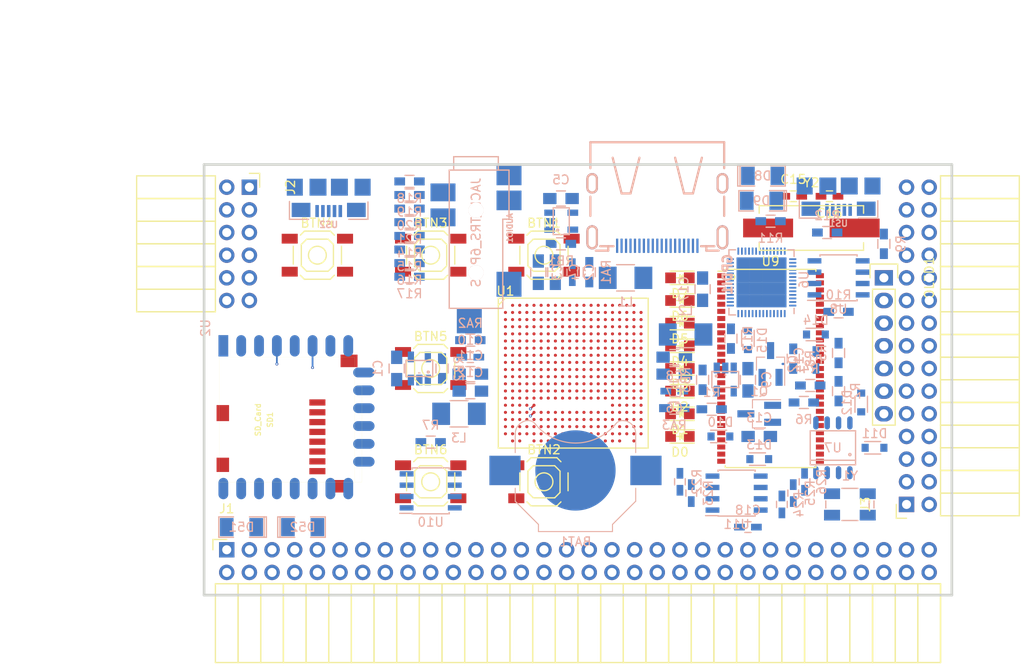
<source format=kicad_pcb>
(kicad_pcb (version 4) (host pcbnew 4.0.5+dfsg1-4)
  (layers (0 F.Cu signal) (1 In1.Cu signal) (2 In2.Cu signal) (31 B.Cu signal) (34 B.Paste user) (35 F.Paste user) (36 B.SilkS user) (37 F.SilkS user) (38 B.Mask user) (39 F.Mask user) (44 Edge.Cuts user))
  (net 0 "")
  (net 1 GND)
  (net 2 +5V)
  (net 3 /gpio/IN5V)
  (net 4 /gpio/OUT5V)
  (net 5 /gpio/P5)
  (net 6 /gpio/P6)
  (net 7 /gpio/P7)
  (net 8 /gpio/P8)
  (net 9 /gpio/P11)
  (net 10 /gpio/P12)
  (net 11 /gpio/P13)
  (net 12 /gpio/P14)
  (net 13 /gpio/P17)
  (net 14 /gpio/P18)
  (net 15 /gpio/P19)
  (net 16 /gpio/P20)
  (net 17 /gpio/P21)
  (net 18 /gpio/P22)
  (net 19 /gpio/P23)
  (net 20 /gpio/P24)
  (net 21 /gpio/P25)
  (net 22 /gpio/P26)
  (net 23 /gpio/P27)
  (net 24 /gpio/P28)
  (net 25 /gpio/P29)
  (net 26 /gpio/P30)
  (net 27 /gpio/P9)
  (net 28 /gpio/P10)
  (net 29 /gpio/P15)
  (net 30 /gpio/P16)
  (net 31 /gpio/P31)
  (net 32 /gpio/P32)
  (net 33 /gpio/P33)
  (net 34 /gpio/P34)
  (net 35 /gpio/P35)
  (net 36 /gpio/P36)
  (net 37 /gpio/P37)
  (net 38 /gpio/P38)
  (net 39 /gpio/P39)
  (net 40 /gpio/P40)
  (net 41 /gpio/P41)
  (net 42 /gpio/P42)
  (net 43 /gpio/P43)
  (net 44 /gpio/P44)
  (net 45 /gpio/P45)
  (net 46 /gpio/P46)
  (net 47 /gpio/P47)
  (net 48 /gpio/P48)
  (net 49 /gpio/P49)
  (net 50 /gpio/P50)
  (net 51 /gpio/P51)
  (net 52 /gpio/P52)
  (net 53 /gpio/P53)
  (net 54 /gpio/P54)
  (net 55 /gpio/P55)
  (net 56 /gpio/P56)
  (net 57 /gpio/P57)
  (net 58 /gpio/P58)
  (net 59 /gpio/P59)
  (net 60 /gpio/P60)
  (net 61 +3V3)
  (net 62 "Net-(L1-Pad1)")
  (net 63 "Net-(L2-Pad1)")
  (net 64 +1V2)
  (net 65 BTN_D)
  (net 66 BTN_F1)
  (net 67 BTN_F2)
  (net 68 BTN_L)
  (net 69 BTN_R)
  (net 70 BTN_U)
  (net 71 /power/FB1)
  (net 72 +2V5)
  (net 73 "Net-(L3-Pad1)")
  (net 74 /power/PWREN)
  (net 75 /power/FB3)
  (net 76 /power/FB2)
  (net 77 /usb/USB5V)
  (net 78 "Net-(D9-Pad1)")
  (net 79 /power/VBAT)
  (net 80 SD_3)
  (net 81 SD_MTMS)
  (net 82 SD_MTCK)
  (net 83 SD_MTDO)
  (net 84 SD_MTDI)
  (net 85 JTAG_TDI)
  (net 86 JTAG_TCK)
  (net 87 JTAG_TMS)
  (net 88 JTAG_TDO)
  (net 89 /power/WAKEUPn)
  (net 90 /power/WKUP)
  (net 91 /power/SHUT)
  (net 92 /power/WAKE)
  (net 93 /power/HOLD)
  (net 94 /power/WKn)
  (net 95 /power/OSCI_32k)
  (net 96 /power/OSCO_32k)
  (net 97 /usb/OSCI_12M)
  (net 98 +1V8)
  (net 99 FTDI_nSUSPEND)
  (net 100 USB_FTDI_DM)
  (net 101 USB_FTDI_DP)
  (net 102 /usb/OSCO_12M)
  (net 103 "Net-(Q2-Pad3)")
  (net 104 /usb/EECLK)
  (net 105 /usb/EECS)
  (net 106 "Net-(R11-Pad2)")
  (net 107 /usb/EEDATA)
  (net 108 SHUTDOWN)
  (net 109 /analog/AUDIO_L)
  (net 110 /analog/AUDIO_R)
  (net 111 GPDI_5V_SCL)
  (net 112 GPDI_5V_SDA)
  (net 113 GPDI_SDA)
  (net 114 GPDI_SCL)
  (net 115 /gpdi/VREF2)
  (net 116 /blinkey/BTNPU)
  (net 117 /gpio/PMODA1)
  (net 118 /gpio/PMODA2)
  (net 119 /gpio/PMODA3)
  (net 120 /gpio/PMODA4)
  (net 121 /gpio/PMODA5)
  (net 122 /gpio/PMODA6)
  (net 123 /gpio/PMODA7)
  (net 124 /gpio/PMODA8)
  (net 125 /gpio/PMODB1)
  (net 126 /gpio/PMODB2)
  (net 127 /gpio/PMODB3)
  (net 128 /gpio/PMODB4)
  (net 129 /gpio/PMODB5)
  (net 130 /gpio/PMODB6)
  (net 131 /gpio/PMODB7)
  (net 132 /gpio/PMODB8)
  (net 133 /gpio/MP1)
  (net 134 /gpio/MP2)
  (net 135 /gpio/MP3)
  (net 136 /gpio/MP4)
  (net 137 /gpio/MP5)
  (net 138 /gpio/MP6)
  (net 139 /gpio/PMODC1)
  (net 140 /gpio/PMODC2)
  (net 141 /gpio/PMODC3)
  (net 142 /gpio/PMODC4)
  (net 143 /gpio/PMODC5)
  (net 144 /gpio/PMODC6)
  (net 145 /gpio/PMODC7)
  (net 146 /gpio/PMODC8)
  (module Keystone_3000_1x12mm-CoinCell:Keystone_3000_1x12mm-CoinCell (layer B.Cu) (at 135.73 95.71)
    (fp_text reference BAT1 (at 0 8) (layer B.SilkS) (effects (justify mirror)))
    (fp_text value CR1225)
    (pad 1 smd rect (at -7.9 0) (size 3.5 3.3) (layers B.Cu B.Paste B.Mask) (net 79 /power/VBAT))
    (pad 1 smd rect (at 7.9 0) (size 3.5 3.3) (layers B.Cu B.Paste B.Mask) (net 79 /power/VBAT))
    (pad 2 smd circle (at 0 0) (size 9 9) (layers B.Cu B.Mask) (net 1 GND))
  )
  (module SMD_Packages:SMD-1206_Pol (layer B.Cu) (at 105.149 102.06)
    (fp_text reference D52 (at 0 0) (layer B.SilkS) (effects (justify mirror)))
    (fp_text value 2A)
    (pad 1 smd rect (at -1.651 0) (size 1.524 2.032) (layers B.Cu B.Paste B.Mask) (net 4 /gpio/OUT5V))
    (pad 2 smd rect (at 1.651 0) (size 1.524 2.032) (layers B.Cu B.Paste B.Mask))
  )
  (module SMD_Packages:SMD-1206_Pol (layer B.Cu) (at 98.291 102.06 180)
    (fp_text reference D51 (at 0 0 180) (layer B.SilkS) (effects (justify mirror)))
    (fp_text value 2A)
    (pad 1 smd rect (at -1.651 0 180) (size 1.524 2.032) (layers B.Cu B.Paste B.Mask) (net 2 +5V))
    (pad 2 smd rect (at 1.651 0 180) (size 1.524 2.032) (layers B.Cu B.Paste B.Mask) (net 3 /gpio/IN5V))
  )
  (module micro-sd:MicroSD_TF02D (layer F.Cu) (at 95.8 90.03 90)
    (fp_text reference SD1 (at 0 5.7 90) (layer F.SilkS) (effects (font (size 0.59944 0.59944) (thickness 0.12446))))
    (fp_text value SD_Card (at 0 4.35 90) (layer F.SilkS) (effects (font (size 0.59944 0.59944) (thickness 0.12446))))
    (pad 1 smd rect (at 1.94 11 90) (size 0.7 1.8) (layers F.Cu F.Paste F.Mask) (net 80 SD_3))
    (pad 2 smd rect (at 0.84 11 90) (size 0.7 1.8) (layers F.Cu F.Paste F.Mask) (net 81 SD_MTMS))
    (pad 3 smd rect (at -0.26 11 90) (size 0.7 1.8) (layers F.Cu F.Paste F.Mask) (net 1 GND))
    (pad 4 smd rect (at -1.36 11 90) (size 0.7 1.8) (layers F.Cu F.Paste F.Mask) (net 61 +3V3))
    (pad 5 smd rect (at -2.46 11 90) (size 0.7 1.8) (layers F.Cu F.Paste F.Mask) (net 82 SD_MTCK))
    (pad 6 smd rect (at -3.56 11 90) (size 0.7 1.8) (layers F.Cu F.Paste F.Mask) (net 1 GND))
    (pad 7 smd rect (at -4.66 11 90) (size 0.7 1.8) (layers F.Cu F.Paste F.Mask) (net 83 SD_MTDO))
    (pad 8 smd rect (at -5.76 11 90) (size 0.7 1.8) (layers F.Cu F.Paste F.Mask) (net 84 SD_MTDI))
    (pad S smd rect (at -5.05 0.4 90) (size 1.6 1.4) (layers F.Cu F.Paste F.Mask))
    (pad S smd rect (at 0.75 0.4 90) (size 1.8 1.4) (layers F.Cu F.Paste F.Mask))
    (pad G smd rect (at -7.45 13.55 90) (size 1.4 1.9) (layers F.Cu F.Paste F.Mask))
    (pad G smd rect (at 6.6 14.55 90) (size 1.4 1.9) (layers F.Cu F.Paste F.Mask))
  )
  (module Socket_Strips:Socket_Strip_Angled_2x32 (layer F.Cu) (at 96.64 104.6)
    (fp_text reference J1 (at 0 -4.6) (layer F.SilkS))
    (fp_text value CONN_02X32)
    (pad 1 thru_hole rect (at 0 0) (size 1.7272 1.7272) (drill 1.016) (layers *.Cu *.Mask) (net 3 /gpio/IN5V))
    (pad 2 thru_hole oval (at 0 2.54) (size 1.7272 1.7272) (drill 1.016) (layers *.Cu *.Mask) (net 4 /gpio/OUT5V))
    (pad 3 thru_hole oval (at 2.54 0) (size 1.7272 1.7272) (drill 1.016) (layers *.Cu *.Mask) (net 1 GND))
    (pad 4 thru_hole oval (at 2.54 2.54) (size 1.7272 1.7272) (drill 1.016) (layers *.Cu *.Mask) (net 1 GND))
    (pad 5 thru_hole oval (at 5.08 0) (size 1.7272 1.7272) (drill 1.016) (layers *.Cu *.Mask) (net 5 /gpio/P5))
    (pad 6 thru_hole oval (at 5.08 2.54) (size 1.7272 1.7272) (drill 1.016) (layers *.Cu *.Mask) (net 6 /gpio/P6))
    (pad 7 thru_hole oval (at 7.62 0) (size 1.7272 1.7272) (drill 1.016) (layers *.Cu *.Mask) (net 7 /gpio/P7))
    (pad 8 thru_hole oval (at 7.62 2.54) (size 1.7272 1.7272) (drill 1.016) (layers *.Cu *.Mask) (net 8 /gpio/P8))
    (pad 9 thru_hole oval (at 10.16 0) (size 1.7272 1.7272) (drill 1.016) (layers *.Cu *.Mask) (net 27 /gpio/P9))
    (pad 10 thru_hole oval (at 10.16 2.54) (size 1.7272 1.7272) (drill 1.016) (layers *.Cu *.Mask) (net 28 /gpio/P10))
    (pad 11 thru_hole oval (at 12.7 0) (size 1.7272 1.7272) (drill 1.016) (layers *.Cu *.Mask) (net 9 /gpio/P11))
    (pad 12 thru_hole oval (at 12.7 2.54) (size 1.7272 1.7272) (drill 1.016) (layers *.Cu *.Mask) (net 10 /gpio/P12))
    (pad 13 thru_hole oval (at 15.24 0) (size 1.7272 1.7272) (drill 1.016) (layers *.Cu *.Mask) (net 11 /gpio/P13))
    (pad 14 thru_hole oval (at 15.24 2.54) (size 1.7272 1.7272) (drill 1.016) (layers *.Cu *.Mask) (net 12 /gpio/P14))
    (pad 15 thru_hole oval (at 17.78 0) (size 1.7272 1.7272) (drill 1.016) (layers *.Cu *.Mask) (net 29 /gpio/P15))
    (pad 16 thru_hole oval (at 17.78 2.54) (size 1.7272 1.7272) (drill 1.016) (layers *.Cu *.Mask) (net 30 /gpio/P16))
    (pad 17 thru_hole oval (at 20.32 0) (size 1.7272 1.7272) (drill 1.016) (layers *.Cu *.Mask) (net 13 /gpio/P17))
    (pad 18 thru_hole oval (at 20.32 2.54) (size 1.7272 1.7272) (drill 1.016) (layers *.Cu *.Mask) (net 14 /gpio/P18))
    (pad 19 thru_hole oval (at 22.86 0) (size 1.7272 1.7272) (drill 1.016) (layers *.Cu *.Mask) (net 15 /gpio/P19))
    (pad 20 thru_hole oval (at 22.86 2.54) (size 1.7272 1.7272) (drill 1.016) (layers *.Cu *.Mask) (net 16 /gpio/P20))
    (pad 21 thru_hole oval (at 25.4 0) (size 1.7272 1.7272) (drill 1.016) (layers *.Cu *.Mask) (net 17 /gpio/P21))
    (pad 22 thru_hole oval (at 25.4 2.54) (size 1.7272 1.7272) (drill 1.016) (layers *.Cu *.Mask) (net 18 /gpio/P22))
    (pad 23 thru_hole oval (at 27.94 0) (size 1.7272 1.7272) (drill 1.016) (layers *.Cu *.Mask) (net 19 /gpio/P23))
    (pad 24 thru_hole oval (at 27.94 2.54) (size 1.7272 1.7272) (drill 1.016) (layers *.Cu *.Mask) (net 20 /gpio/P24))
    (pad 25 thru_hole oval (at 30.48 0) (size 1.7272 1.7272) (drill 1.016) (layers *.Cu *.Mask) (net 21 /gpio/P25))
    (pad 26 thru_hole oval (at 30.48 2.54) (size 1.7272 1.7272) (drill 1.016) (layers *.Cu *.Mask) (net 22 /gpio/P26))
    (pad 27 thru_hole oval (at 33.02 0) (size 1.7272 1.7272) (drill 1.016) (layers *.Cu *.Mask) (net 23 /gpio/P27))
    (pad 28 thru_hole oval (at 33.02 2.54) (size 1.7272 1.7272) (drill 1.016) (layers *.Cu *.Mask) (net 24 /gpio/P28))
    (pad 29 thru_hole oval (at 35.56 0) (size 1.7272 1.7272) (drill 1.016) (layers *.Cu *.Mask) (net 25 /gpio/P29))
    (pad 30 thru_hole oval (at 35.56 2.54) (size 1.7272 1.7272) (drill 1.016) (layers *.Cu *.Mask) (net 26 /gpio/P30))
    (pad 31 thru_hole oval (at 38.1 0) (size 1.7272 1.7272) (drill 1.016) (layers *.Cu *.Mask) (net 31 /gpio/P31))
    (pad 32 thru_hole oval (at 38.1 2.54) (size 1.7272 1.7272) (drill 1.016) (layers *.Cu *.Mask) (net 32 /gpio/P32))
    (pad 33 thru_hole oval (at 40.64 0) (size 1.7272 1.7272) (drill 1.016) (layers *.Cu *.Mask) (net 33 /gpio/P33))
    (pad 34 thru_hole oval (at 40.64 2.54) (size 1.7272 1.7272) (drill 1.016) (layers *.Cu *.Mask) (net 34 /gpio/P34))
    (pad 35 thru_hole oval (at 43.18 0) (size 1.7272 1.7272) (drill 1.016) (layers *.Cu *.Mask) (net 35 /gpio/P35))
    (pad 36 thru_hole oval (at 43.18 2.54) (size 1.7272 1.7272) (drill 1.016) (layers *.Cu *.Mask) (net 36 /gpio/P36))
    (pad 37 thru_hole oval (at 45.72 0) (size 1.7272 1.7272) (drill 1.016) (layers *.Cu *.Mask) (net 37 /gpio/P37))
    (pad 38 thru_hole oval (at 45.72 2.54) (size 1.7272 1.7272) (drill 1.016) (layers *.Cu *.Mask) (net 38 /gpio/P38))
    (pad 39 thru_hole oval (at 48.26 0) (size 1.7272 1.7272) (drill 1.016) (layers *.Cu *.Mask) (net 39 /gpio/P39))
    (pad 40 thru_hole oval (at 48.26 2.54) (size 1.7272 1.7272) (drill 1.016) (layers *.Cu *.Mask) (net 40 /gpio/P40))
    (pad 41 thru_hole oval (at 50.8 0) (size 1.7272 1.7272) (drill 1.016) (layers *.Cu *.Mask) (net 41 /gpio/P41))
    (pad 42 thru_hole oval (at 50.8 2.54) (size 1.7272 1.7272) (drill 1.016) (layers *.Cu *.Mask) (net 42 /gpio/P42))
    (pad 43 thru_hole oval (at 53.34 0) (size 1.7272 1.7272) (drill 1.016) (layers *.Cu *.Mask) (net 43 /gpio/P43))
    (pad 44 thru_hole oval (at 53.34 2.54) (size 1.7272 1.7272) (drill 1.016) (layers *.Cu *.Mask) (net 44 /gpio/P44))
    (pad 45 thru_hole oval (at 55.88 0) (size 1.7272 1.7272) (drill 1.016) (layers *.Cu *.Mask) (net 45 /gpio/P45))
    (pad 46 thru_hole oval (at 55.88 2.54) (size 1.7272 1.7272) (drill 1.016) (layers *.Cu *.Mask) (net 46 /gpio/P46))
    (pad 47 thru_hole oval (at 58.42 0) (size 1.7272 1.7272) (drill 1.016) (layers *.Cu *.Mask) (net 47 /gpio/P47))
    (pad 48 thru_hole oval (at 58.42 2.54) (size 1.7272 1.7272) (drill 1.016) (layers *.Cu *.Mask) (net 48 /gpio/P48))
    (pad 49 thru_hole oval (at 60.96 0) (size 1.7272 1.7272) (drill 1.016) (layers *.Cu *.Mask) (net 49 /gpio/P49))
    (pad 50 thru_hole oval (at 60.96 2.54) (size 1.7272 1.7272) (drill 1.016) (layers *.Cu *.Mask) (net 50 /gpio/P50))
    (pad 51 thru_hole oval (at 63.5 0) (size 1.7272 1.7272) (drill 1.016) (layers *.Cu *.Mask) (net 51 /gpio/P51))
    (pad 52 thru_hole oval (at 63.5 2.54) (size 1.7272 1.7272) (drill 1.016) (layers *.Cu *.Mask) (net 52 /gpio/P52))
    (pad 53 thru_hole oval (at 66.04 0) (size 1.7272 1.7272) (drill 1.016) (layers *.Cu *.Mask) (net 53 /gpio/P53))
    (pad 54 thru_hole oval (at 66.04 2.54) (size 1.7272 1.7272) (drill 1.016) (layers *.Cu *.Mask) (net 54 /gpio/P54))
    (pad 55 thru_hole oval (at 68.58 0) (size 1.7272 1.7272) (drill 1.016) (layers *.Cu *.Mask) (net 55 /gpio/P55))
    (pad 56 thru_hole oval (at 68.58 2.54) (size 1.7272 1.7272) (drill 1.016) (layers *.Cu *.Mask) (net 56 /gpio/P56))
    (pad 57 thru_hole oval (at 71.12 0) (size 1.7272 1.7272) (drill 1.016) (layers *.Cu *.Mask) (net 57 /gpio/P57))
    (pad 58 thru_hole oval (at 71.12 2.54) (size 1.7272 1.7272) (drill 1.016) (layers *.Cu *.Mask) (net 58 /gpio/P58))
    (pad 59 thru_hole oval (at 73.66 0) (size 1.7272 1.7272) (drill 1.016) (layers *.Cu *.Mask) (net 59 /gpio/P59))
    (pad 60 thru_hole oval (at 73.66 2.54) (size 1.7272 1.7272) (drill 1.016) (layers *.Cu *.Mask) (net 60 /gpio/P60))
    (pad 61 thru_hole oval (at 76.2 0) (size 1.7272 1.7272) (drill 1.016) (layers *.Cu *.Mask) (net 1 GND))
    (pad 62 thru_hole oval (at 76.2 2.54) (size 1.7272 1.7272) (drill 1.016) (layers *.Cu *.Mask) (net 1 GND))
    (pad 63 thru_hole oval (at 78.74 0) (size 1.7272 1.7272) (drill 1.016) (layers *.Cu *.Mask) (net 61 +3V3))
    (pad 64 thru_hole oval (at 78.74 2.54) (size 1.7272 1.7272) (drill 1.016) (layers *.Cu *.Mask) (net 61 +3V3))
  )
  (module Socket_Strips:Socket_Strip_Angled_2x15 (layer F.Cu) (at 172.84 99.52 90)
    (fp_text reference J3 (at 0 -4.6 90) (layer F.SilkS))
    (fp_text value CONN_02X15)
    (pad 1 thru_hole rect (at 0 0 90) (size 1.7272 1.7272) (drill 1.016) (layers *.Cu *.Mask) (net 61 +3V3))
    (pad 2 thru_hole oval (at 0 2.54 90) (size 1.7272 1.7272) (drill 1.016) (layers *.Cu *.Mask) (net 61 +3V3))
    (pad 3 thru_hole oval (at 2.54 0 90) (size 1.7272 1.7272) (drill 1.016) (layers *.Cu *.Mask) (net 1 GND))
    (pad 4 thru_hole oval (at 2.54 2.54 90) (size 1.7272 1.7272) (drill 1.016) (layers *.Cu *.Mask) (net 1 GND))
    (pad 5 thru_hole oval (at 5.08 0 90) (size 1.7272 1.7272) (drill 1.016) (layers *.Cu *.Mask) (net 125 /gpio/PMODB1))
    (pad 6 thru_hole oval (at 5.08 2.54 90) (size 1.7272 1.7272) (drill 1.016) (layers *.Cu *.Mask) (net 126 /gpio/PMODB2))
    (pad 7 thru_hole oval (at 7.62 0 90) (size 1.7272 1.7272) (drill 1.016) (layers *.Cu *.Mask) (net 127 /gpio/PMODB3))
    (pad 8 thru_hole oval (at 7.62 2.54 90) (size 1.7272 1.7272) (drill 1.016) (layers *.Cu *.Mask) (net 128 /gpio/PMODB4))
    (pad 9 thru_hole oval (at 10.16 0 90) (size 1.7272 1.7272) (drill 1.016) (layers *.Cu *.Mask) (net 129 /gpio/PMODB5))
    (pad 10 thru_hole oval (at 10.16 2.54 90) (size 1.7272 1.7272) (drill 1.016) (layers *.Cu *.Mask) (net 130 /gpio/PMODB6))
    (pad 11 thru_hole oval (at 12.7 0 90) (size 1.7272 1.7272) (drill 1.016) (layers *.Cu *.Mask) (net 131 /gpio/PMODB7))
    (pad 12 thru_hole oval (at 12.7 2.54 90) (size 1.7272 1.7272) (drill 1.016) (layers *.Cu *.Mask) (net 132 /gpio/PMODB8))
    (pad 13 thru_hole oval (at 15.24 0 90) (size 1.7272 1.7272) (drill 1.016) (layers *.Cu *.Mask) (net 133 /gpio/MP1))
    (pad 14 thru_hole oval (at 15.24 2.54 90) (size 1.7272 1.7272) (drill 1.016) (layers *.Cu *.Mask) (net 134 /gpio/MP2))
    (pad 15 thru_hole oval (at 17.78 0 90) (size 1.7272 1.7272) (drill 1.016) (layers *.Cu *.Mask) (net 135 /gpio/MP3))
    (pad 16 thru_hole oval (at 17.78 2.54 90) (size 1.7272 1.7272) (drill 1.016) (layers *.Cu *.Mask) (net 136 /gpio/MP4))
    (pad 17 thru_hole oval (at 20.32 0 90) (size 1.7272 1.7272) (drill 1.016) (layers *.Cu *.Mask) (net 137 /gpio/MP5))
    (pad 18 thru_hole oval (at 20.32 2.54 90) (size 1.7272 1.7272) (drill 1.016) (layers *.Cu *.Mask) (net 138 /gpio/MP6))
    (pad 19 thru_hole oval (at 22.86 0 90) (size 1.7272 1.7272) (drill 1.016) (layers *.Cu *.Mask) (net 61 +3V3))
    (pad 20 thru_hole oval (at 22.86 2.54 90) (size 1.7272 1.7272) (drill 1.016) (layers *.Cu *.Mask) (net 61 +3V3))
    (pad 21 thru_hole oval (at 25.4 0 90) (size 1.7272 1.7272) (drill 1.016) (layers *.Cu *.Mask) (net 1 GND))
    (pad 22 thru_hole oval (at 25.4 2.54 90) (size 1.7272 1.7272) (drill 1.016) (layers *.Cu *.Mask) (net 1 GND))
    (pad 23 thru_hole oval (at 27.94 0 90) (size 1.7272 1.7272) (drill 1.016) (layers *.Cu *.Mask) (net 139 /gpio/PMODC1))
    (pad 24 thru_hole oval (at 27.94 2.54 90) (size 1.7272 1.7272) (drill 1.016) (layers *.Cu *.Mask) (net 140 /gpio/PMODC2))
    (pad 25 thru_hole oval (at 30.48 0 90) (size 1.7272 1.7272) (drill 1.016) (layers *.Cu *.Mask) (net 141 /gpio/PMODC3))
    (pad 26 thru_hole oval (at 30.48 2.54 90) (size 1.7272 1.7272) (drill 1.016) (layers *.Cu *.Mask) (net 142 /gpio/PMODC4))
    (pad 27 thru_hole oval (at 33.02 0 90) (size 1.7272 1.7272) (drill 1.016) (layers *.Cu *.Mask) (net 143 /gpio/PMODC5))
    (pad 28 thru_hole oval (at 33.02 2.54 90) (size 1.7272 1.7272) (drill 1.016) (layers *.Cu *.Mask) (net 144 /gpio/PMODC6))
    (pad 29 thru_hole oval (at 35.56 0 90) (size 1.7272 1.7272) (drill 1.016) (layers *.Cu *.Mask) (net 145 /gpio/PMODC7))
    (pad 30 thru_hole oval (at 35.56 2.54 90) (size 1.7272 1.7272) (drill 1.016) (layers *.Cu *.Mask) (net 146 /gpio/PMODC8))
  )
  (module Socket_Strips:Socket_Strip_Angled_2x06 (layer F.Cu) (at 99.18 63.96 270)
    (fp_text reference J2 (at 0 -4.6 270) (layer F.SilkS))
    (fp_text value CONN_02X06)
    (pad 1 thru_hole rect (at 0 0 270) (size 1.7272 1.7272) (drill 1.016) (layers *.Cu *.Mask) (net 61 +3V3))
    (pad 2 thru_hole oval (at 0 2.54 270) (size 1.7272 1.7272) (drill 1.016) (layers *.Cu *.Mask) (net 61 +3V3))
    (pad 3 thru_hole oval (at 2.54 0 270) (size 1.7272 1.7272) (drill 1.016) (layers *.Cu *.Mask) (net 1 GND))
    (pad 4 thru_hole oval (at 2.54 2.54 270) (size 1.7272 1.7272) (drill 1.016) (layers *.Cu *.Mask) (net 1 GND))
    (pad 5 thru_hole oval (at 5.08 0 270) (size 1.7272 1.7272) (drill 1.016) (layers *.Cu *.Mask) (net 117 /gpio/PMODA1))
    (pad 6 thru_hole oval (at 5.08 2.54 270) (size 1.7272 1.7272) (drill 1.016) (layers *.Cu *.Mask) (net 118 /gpio/PMODA2))
    (pad 7 thru_hole oval (at 7.62 0 270) (size 1.7272 1.7272) (drill 1.016) (layers *.Cu *.Mask) (net 119 /gpio/PMODA3))
    (pad 8 thru_hole oval (at 7.62 2.54 270) (size 1.7272 1.7272) (drill 1.016) (layers *.Cu *.Mask) (net 120 /gpio/PMODA4))
    (pad 9 thru_hole oval (at 10.16 0 270) (size 1.7272 1.7272) (drill 1.016) (layers *.Cu *.Mask) (net 121 /gpio/PMODA5))
    (pad 10 thru_hole oval (at 10.16 2.54 270) (size 1.7272 1.7272) (drill 1.016) (layers *.Cu *.Mask) (net 122 /gpio/PMODA6))
    (pad 11 thru_hole oval (at 12.7 0 270) (size 1.7272 1.7272) (drill 1.016) (layers *.Cu *.Mask) (net 123 /gpio/PMODA7))
    (pad 12 thru_hole oval (at 12.7 2.54 270) (size 1.7272 1.7272) (drill 1.016) (layers *.Cu *.Mask) (net 124 /gpio/PMODA8))
  )
  (module Resistors_SMD:R_1210_HandSoldering (layer B.Cu) (at 141.344 74.12)
    (fp_text reference L1 (at 0 2.7) (layer B.SilkS) (effects (justify mirror)))
    (fp_text value 2.2uH)
    (pad 1 smd rect (at -2 0) (size 2 2.5) (layers B.Cu B.Paste B.Mask) (net 62 "Net-(L1-Pad1)"))
    (pad 2 smd rect (at 2 0) (size 2 2.5) (layers B.Cu B.Paste B.Mask) (net 64 +1V2))
  )
  (module TSOT-25:TSOT-25 (layer B.Cu) (at 134.135 67.77 90)
    (fp_text reference U3 (at 0 -0.5 90) (layer B.SilkS) (effects (font (size 0.15 0.15) (thickness 0.0375)) (justify mirror)))
    (fp_text value AP3429A)
    (pad 1 smd rect (at -0.95 -1.3 90) (size 0.7 1.2) (layers B.Cu B.Paste B.Mask) (net 74 /power/PWREN))
    (pad 2 smd rect (at 0 -1.3 90) (size 0.7 1.2) (layers B.Cu B.Paste B.Mask) (net 1 GND))
    (pad 3 smd rect (at 0.95 -1.3 90) (size 0.7 1.2) (layers B.Cu B.Paste B.Mask) (net 62 "Net-(L1-Pad1)"))
    (pad 4 smd rect (at 0.95 1.3 90) (size 0.7 1.2) (layers B.Cu B.Paste B.Mask) (net 2 +5V))
    (pad 5 smd rect (at -0.95 1.3 90) (size 0.7 1.2) (layers B.Cu B.Paste B.Mask) (net 71 /power/FB1))
  )
  (module Resistors_SMD:R_1210_HandSoldering (layer B.Cu) (at 148.075 80.47 180)
    (fp_text reference L2 (at 0 2.7 180) (layer B.SilkS) (effects (justify mirror)))
    (fp_text value 2.2uH)
    (pad 1 smd rect (at -2 0 180) (size 2 2.5) (layers B.Cu B.Paste B.Mask) (net 63 "Net-(L2-Pad1)"))
    (pad 2 smd rect (at 2 0 180) (size 2 2.5) (layers B.Cu B.Paste B.Mask) (net 61 +3V3))
  )
  (module TSOT-25:TSOT-25 (layer B.Cu) (at 152.52 85.52)
    (fp_text reference U4 (at 0 -0.5) (layer B.SilkS) (effects (font (size 0.15 0.15) (thickness 0.0375)) (justify mirror)))
    (fp_text value AP3429A)
    (pad 1 smd rect (at -0.95 -1.3) (size 0.7 1.2) (layers B.Cu B.Paste B.Mask) (net 74 /power/PWREN))
    (pad 2 smd rect (at 0 -1.3) (size 0.7 1.2) (layers B.Cu B.Paste B.Mask) (net 1 GND))
    (pad 3 smd rect (at 0.95 -1.3) (size 0.7 1.2) (layers B.Cu B.Paste B.Mask) (net 63 "Net-(L2-Pad1)"))
    (pad 4 smd rect (at 0.95 1.3) (size 0.7 1.2) (layers B.Cu B.Paste B.Mask) (net 2 +5V))
    (pad 5 smd rect (at -0.95 1.3) (size 0.7 1.2) (layers B.Cu B.Paste B.Mask) (net 75 /power/FB3))
  )
  (module Buttons_Switches_SMD:SW_SPST_SKQG (layer F.Cu) (at 132.2 71.58)
    (fp_text reference BTN1 (at 0 -3.6) (layer F.SilkS))
    (fp_text value FIRE1)
    (pad 1 smd rect (at -3.1 -1.85) (size 1.8 1.1) (layers F.Cu F.Paste F.Mask) (net 116 /blinkey/BTNPU))
    (pad 1 smd rect (at 3.1 -1.85) (size 1.8 1.1) (layers F.Cu F.Paste F.Mask) (net 116 /blinkey/BTNPU))
    (pad 2 smd rect (at -3.1 1.85) (size 1.8 1.1) (layers F.Cu F.Paste F.Mask) (net 66 BTN_F1))
    (pad 2 smd rect (at 3.1 1.85) (size 1.8 1.1) (layers F.Cu F.Paste F.Mask) (net 66 BTN_F1))
  )
  (module Buttons_Switches_SMD:SW_SPST_SKQG (layer F.Cu) (at 132.2 96.98)
    (fp_text reference BTN2 (at 0 -3.6) (layer F.SilkS))
    (fp_text value FIRE2)
    (pad 1 smd rect (at -3.1 -1.85) (size 1.8 1.1) (layers F.Cu F.Paste F.Mask) (net 116 /blinkey/BTNPU))
    (pad 1 smd rect (at 3.1 -1.85) (size 1.8 1.1) (layers F.Cu F.Paste F.Mask) (net 116 /blinkey/BTNPU))
    (pad 2 smd rect (at -3.1 1.85) (size 1.8 1.1) (layers F.Cu F.Paste F.Mask) (net 67 BTN_F2))
    (pad 2 smd rect (at 3.1 1.85) (size 1.8 1.1) (layers F.Cu F.Paste F.Mask) (net 67 BTN_F2))
  )
  (module Buttons_Switches_SMD:SW_SPST_SKQG (layer F.Cu) (at 119.5 71.58)
    (fp_text reference BTN3 (at 0 -3.6) (layer F.SilkS))
    (fp_text value UP)
    (pad 1 smd rect (at -3.1 -1.85) (size 1.8 1.1) (layers F.Cu F.Paste F.Mask) (net 116 /blinkey/BTNPU))
    (pad 1 smd rect (at 3.1 -1.85) (size 1.8 1.1) (layers F.Cu F.Paste F.Mask) (net 116 /blinkey/BTNPU))
    (pad 2 smd rect (at -3.1 1.85) (size 1.8 1.1) (layers F.Cu F.Paste F.Mask) (net 70 BTN_U))
    (pad 2 smd rect (at 3.1 1.85) (size 1.8 1.1) (layers F.Cu F.Paste F.Mask) (net 70 BTN_U))
  )
  (module Buttons_Switches_SMD:SW_SPST_SKQG (layer F.Cu) (at 106.8 71.58)
    (fp_text reference BTN4 (at 0 -3.6) (layer F.SilkS))
    (fp_text value DOWN)
    (pad 1 smd rect (at -3.1 -1.85) (size 1.8 1.1) (layers F.Cu F.Paste F.Mask) (net 116 /blinkey/BTNPU))
    (pad 1 smd rect (at 3.1 -1.85) (size 1.8 1.1) (layers F.Cu F.Paste F.Mask) (net 116 /blinkey/BTNPU))
    (pad 2 smd rect (at -3.1 1.85) (size 1.8 1.1) (layers F.Cu F.Paste F.Mask) (net 65 BTN_D))
    (pad 2 smd rect (at 3.1 1.85) (size 1.8 1.1) (layers F.Cu F.Paste F.Mask) (net 65 BTN_D))
  )
  (module Buttons_Switches_SMD:SW_SPST_SKQG (layer F.Cu) (at 119.5 84.28)
    (fp_text reference BTN5 (at 0 -3.6) (layer F.SilkS))
    (fp_text value LEFT)
    (pad 1 smd rect (at -3.1 -1.85) (size 1.8 1.1) (layers F.Cu F.Paste F.Mask) (net 116 /blinkey/BTNPU))
    (pad 1 smd rect (at 3.1 -1.85) (size 1.8 1.1) (layers F.Cu F.Paste F.Mask) (net 116 /blinkey/BTNPU))
    (pad 2 smd rect (at -3.1 1.85) (size 1.8 1.1) (layers F.Cu F.Paste F.Mask) (net 68 BTN_L))
    (pad 2 smd rect (at 3.1 1.85) (size 1.8 1.1) (layers F.Cu F.Paste F.Mask) (net 68 BTN_L))
  )
  (module Buttons_Switches_SMD:SW_SPST_SKQG (layer F.Cu) (at 119.5 96.98)
    (fp_text reference BTN6 (at 0 -3.6) (layer F.SilkS))
    (fp_text value RIGHT)
    (pad 1 smd rect (at -3.1 -1.85) (size 1.8 1.1) (layers F.Cu F.Paste F.Mask) (net 116 /blinkey/BTNPU))
    (pad 1 smd rect (at 3.1 -1.85) (size 1.8 1.1) (layers F.Cu F.Paste F.Mask) (net 116 /blinkey/BTNPU))
    (pad 2 smd rect (at -3.1 1.85) (size 1.8 1.1) (layers F.Cu F.Paste F.Mask) (net 69 BTN_R))
    (pad 2 smd rect (at 3.1 1.85) (size 1.8 1.1) (layers F.Cu F.Paste F.Mask) (net 69 BTN_R))
  )
  (module LEDs:LED_0805 (layer F.Cu) (at 147.44 91.9 180)
    (fp_text reference D0 (at 0 -1.75 180) (layer F.SilkS))
    (fp_text value LED)
    (pad 2 smd rect (at 1.04902 0) (size 1.19888 1.19888) (layers F.Cu F.Paste F.Mask))
    (pad 1 smd rect (at -1.04902 0) (size 1.19888 1.19888) (layers F.Cu F.Paste F.Mask) (net 1 GND))
  )
  (module LEDs:LED_0805 (layer F.Cu) (at 147.44 89.36 180)
    (fp_text reference D1 (at 0 -1.75 180) (layer F.SilkS))
    (fp_text value LED)
    (pad 2 smd rect (at 1.04902 0) (size 1.19888 1.19888) (layers F.Cu F.Paste F.Mask))
    (pad 1 smd rect (at -1.04902 0) (size 1.19888 1.19888) (layers F.Cu F.Paste F.Mask) (net 1 GND))
  )
  (module LEDs:LED_0805 (layer F.Cu) (at 147.44 86.82 180)
    (fp_text reference D2 (at 0 -1.75 180) (layer F.SilkS))
    (fp_text value LED)
    (pad 2 smd rect (at 1.04902 0) (size 1.19888 1.19888) (layers F.Cu F.Paste F.Mask))
    (pad 1 smd rect (at -1.04902 0) (size 1.19888 1.19888) (layers F.Cu F.Paste F.Mask) (net 1 GND))
  )
  (module LEDs:LED_0805 (layer F.Cu) (at 147.44 84.28 180)
    (fp_text reference D3 (at 0 -1.75 180) (layer F.SilkS))
    (fp_text value LED)
    (pad 2 smd rect (at 1.04902 0) (size 1.19888 1.19888) (layers F.Cu F.Paste F.Mask))
    (pad 1 smd rect (at -1.04902 0) (size 1.19888 1.19888) (layers F.Cu F.Paste F.Mask) (net 1 GND))
  )
  (module LEDs:LED_0805 (layer F.Cu) (at 147.44 81.74 180)
    (fp_text reference D4 (at 0 -1.75 180) (layer F.SilkS))
    (fp_text value LED)
    (pad 2 smd rect (at 1.04902 0) (size 1.19888 1.19888) (layers F.Cu F.Paste F.Mask))
    (pad 1 smd rect (at -1.04902 0) (size 1.19888 1.19888) (layers F.Cu F.Paste F.Mask) (net 1 GND))
  )
  (module LEDs:LED_0805 (layer F.Cu) (at 147.44 79.2 180)
    (fp_text reference D5 (at 0 -1.75 180) (layer F.SilkS))
    (fp_text value LED)
    (pad 2 smd rect (at 1.04902 0) (size 1.19888 1.19888) (layers F.Cu F.Paste F.Mask))
    (pad 1 smd rect (at -1.04902 0) (size 1.19888 1.19888) (layers F.Cu F.Paste F.Mask) (net 1 GND))
  )
  (module LEDs:LED_0805 (layer F.Cu) (at 147.44 76.66 180)
    (fp_text reference D6 (at 0 -1.75 180) (layer F.SilkS))
    (fp_text value LED)
    (pad 2 smd rect (at 1.04902 0) (size 1.19888 1.19888) (layers F.Cu F.Paste F.Mask))
    (pad 1 smd rect (at -1.04902 0) (size 1.19888 1.19888) (layers F.Cu F.Paste F.Mask) (net 1 GND))
  )
  (module LEDs:LED_0805 (layer F.Cu) (at 147.44 74.12 180)
    (fp_text reference D7 (at 0 -1.75 180) (layer F.SilkS))
    (fp_text value LED)
    (pad 2 smd rect (at 1.04902 0) (size 1.19888 1.19888) (layers F.Cu F.Paste F.Mask))
    (pad 1 smd rect (at -1.04902 0) (size 1.19888 1.19888) (layers F.Cu F.Paste F.Mask) (net 1 GND))
  )
  (module Socket_Strips:Socket_Strip_Straight_1x07 (layer F.Cu) (at 170.3 74.12 270)
    (fp_text reference OLED1 (at 0 -5.1 270) (layer F.SilkS))
    (fp_text value CONN_01X07)
    (pad 1 thru_hole rect (at 0 0 270) (size 1.7272 2.032) (drill 1.016) (layers *.Cu *.Mask) (net 1 GND))
    (pad 2 thru_hole oval (at 2.54 0 270) (size 1.7272 2.032) (drill 1.016) (layers *.Cu *.Mask) (net 61 +3V3))
    (pad 3 thru_hole oval (at 5.08 0 270) (size 1.7272 2.032) (drill 1.016) (layers *.Cu *.Mask))
    (pad 4 thru_hole oval (at 7.62 0 270) (size 1.7272 2.032) (drill 1.016) (layers *.Cu *.Mask))
    (pad 5 thru_hole oval (at 10.16 0 270) (size 1.7272 2.032) (drill 1.016) (layers *.Cu *.Mask))
    (pad 6 thru_hole oval (at 12.7 0 270) (size 1.7272 2.032) (drill 1.016) (layers *.Cu *.Mask))
    (pad 7 thru_hole oval (at 15.24 0 270) (size 1.7272 2.032) (drill 1.016) (layers *.Cu *.Mask))
  )
  (module Resistors_SMD:R_1210_HandSoldering (layer B.Cu) (at 122.675 89.36)
    (fp_text reference L3 (at 0 2.7) (layer B.SilkS) (effects (justify mirror)))
    (fp_text value 2.2uH)
    (pad 1 smd rect (at -2 0) (size 2 2.5) (layers B.Cu B.Paste B.Mask) (net 73 "Net-(L3-Pad1)"))
    (pad 2 smd rect (at 2 0) (size 2 2.5) (layers B.Cu B.Paste B.Mask) (net 72 +2V5))
  )
  (module TSOT-25:TSOT-25 (layer B.Cu) (at 118.23 84.28 180)
    (fp_text reference U5 (at 0 -0.5 180) (layer B.SilkS) (effects (font (size 0.15 0.15) (thickness 0.0375)) (justify mirror)))
    (fp_text value AP3429A)
    (pad 1 smd rect (at -0.95 -1.3 180) (size 0.7 1.2) (layers B.Cu B.Paste B.Mask) (net 74 /power/PWREN))
    (pad 2 smd rect (at 0 -1.3 180) (size 0.7 1.2) (layers B.Cu B.Paste B.Mask) (net 1 GND))
    (pad 3 smd rect (at 0.95 -1.3 180) (size 0.7 1.2) (layers B.Cu B.Paste B.Mask) (net 73 "Net-(L3-Pad1)"))
    (pad 4 smd rect (at 0.95 1.3 180) (size 0.7 1.2) (layers B.Cu B.Paste B.Mask) (net 2 +5V))
    (pad 5 smd rect (at -0.95 1.3 180) (size 0.7 1.2) (layers B.Cu B.Paste B.Mask) (net 76 /power/FB2))
  )
  (module Capacitors_SMD:C_0805_HandSoldering (layer B.Cu) (at 115.69 84.28 270)
    (fp_text reference C1 (at 0 2.1 270) (layer B.SilkS) (effects (justify mirror)))
    (fp_text value 22uF)
    (pad 1 smd rect (at -1.25 0 270) (size 1.5 1.25) (layers B.Cu B.Paste B.Mask) (net 2 +5V))
    (pad 2 smd rect (at 1.25 0 270) (size 1.5 1.25) (layers B.Cu B.Paste B.Mask) (net 1 GND))
  )
  (module Capacitors_SMD:C_0805_HandSoldering (layer B.Cu) (at 131.565 73.485 90)
    (fp_text reference C3 (at 0 2.1 90) (layer B.SilkS) (effects (justify mirror)))
    (fp_text value 22uF)
    (pad 1 smd rect (at -1.25 0 90) (size 1.5 1.25) (layers B.Cu B.Paste B.Mask) (net 64 +1V2))
    (pad 2 smd rect (at 1.25 0 90) (size 1.5 1.25) (layers B.Cu B.Paste B.Mask) (net 1 GND))
  )
  (module Capacitors_SMD:C_0805_HandSoldering (layer B.Cu) (at 133.47 73.485 90)
    (fp_text reference C4 (at 0 2.1 90) (layer B.SilkS) (effects (justify mirror)))
    (fp_text value 22uF)
    (pad 1 smd rect (at -1.25 0 90) (size 1.5 1.25) (layers B.Cu B.Paste B.Mask) (net 64 +1V2))
    (pad 2 smd rect (at 1.25 0 90) (size 1.5 1.25) (layers B.Cu B.Paste B.Mask) (net 1 GND))
  )
  (module Capacitors_SMD:C_0805_HandSoldering (layer B.Cu) (at 134.105 65.23 180)
    (fp_text reference C5 (at 0 2.1 180) (layer B.SilkS) (effects (justify mirror)))
    (fp_text value 22uF)
    (pad 1 smd rect (at -1.25 0 180) (size 1.5 1.25) (layers B.Cu B.Paste B.Mask) (net 2 +5V))
    (pad 2 smd rect (at 1.25 0 180) (size 1.5 1.25) (layers B.Cu B.Paste B.Mask) (net 1 GND))
  )
  (module Capacitors_SMD:C_0805_HandSoldering (layer B.Cu) (at 146.805 84.915)
    (fp_text reference C7 (at 0 2.1) (layer B.SilkS) (effects (justify mirror)))
    (fp_text value 22uF)
    (pad 1 smd rect (at -1.25 0) (size 1.5 1.25) (layers B.Cu B.Paste B.Mask) (net 61 +3V3))
    (pad 2 smd rect (at 1.25 0) (size 1.5 1.25) (layers B.Cu B.Paste B.Mask) (net 1 GND))
  )
  (module Capacitors_SMD:C_0805_HandSoldering (layer B.Cu) (at 146.805 83.01)
    (fp_text reference C8 (at 0 2.1) (layer B.SilkS) (effects (justify mirror)))
    (fp_text value 22uF)
    (pad 1 smd rect (at -1.25 0) (size 1.5 1.25) (layers B.Cu B.Paste B.Mask) (net 61 +3V3))
    (pad 2 smd rect (at 1.25 0) (size 1.5 1.25) (layers B.Cu B.Paste B.Mask) (net 1 GND))
  )
  (module Capacitors_SMD:C_0805_HandSoldering (layer B.Cu) (at 155.06 85.55 90)
    (fp_text reference C9 (at 0 2.1 90) (layer B.SilkS) (effects (justify mirror)))
    (fp_text value 22uF)
    (pad 1 smd rect (at -1.25 0 90) (size 1.5 1.25) (layers B.Cu B.Paste B.Mask) (net 2 +5V))
    (pad 2 smd rect (at 1.25 0 90) (size 1.5 1.25) (layers B.Cu B.Paste B.Mask) (net 1 GND))
  )
  (module Capacitors_SMD:C_0805_HandSoldering (layer B.Cu) (at 123.945 84.915 180)
    (fp_text reference C11 (at 0 2.1 180) (layer B.SilkS) (effects (justify mirror)))
    (fp_text value 22uF)
    (pad 1 smd rect (at -1.25 0 180) (size 1.5 1.25) (layers B.Cu B.Paste B.Mask) (net 72 +2V5))
    (pad 2 smd rect (at 1.25 0 180) (size 1.5 1.25) (layers B.Cu B.Paste B.Mask) (net 1 GND))
  )
  (module Capacitors_SMD:C_0805_HandSoldering (layer B.Cu) (at 123.945 86.82 180)
    (fp_text reference C12 (at 0 2.1 180) (layer B.SilkS) (effects (justify mirror)))
    (fp_text value 22uF)
    (pad 1 smd rect (at -1.25 0 180) (size 1.5 1.25) (layers B.Cu B.Paste B.Mask) (net 72 +2V5))
    (pad 2 smd rect (at 1.25 0 180) (size 1.5 1.25) (layers B.Cu B.Paste B.Mask) (net 1 GND))
  )
  (module SMD_Packages:SMD-1206_Pol (layer B.Cu) (at 156.711 62.69)
    (fp_text reference D8 (at 0 0) (layer B.SilkS) (effects (justify mirror)))
    (fp_text value 2A)
    (pad 1 smd rect (at -1.651 0) (size 1.524 2.032) (layers B.Cu B.Paste B.Mask) (net 2 +5V))
    (pad 2 smd rect (at 1.651 0) (size 1.524 2.032) (layers B.Cu B.Paste B.Mask) (net 77 /usb/USB5V))
  )
  (module SMD_Packages:SMD-1206_Pol (layer B.Cu) (at 156.584 65.484 180)
    (fp_text reference D9 (at 0 0 180) (layer B.SilkS) (effects (justify mirror)))
    (fp_text value 2A)
    (pad 1 smd rect (at -1.651 0 180) (size 1.524 2.032) (layers B.Cu B.Paste B.Mask) (net 78 "Net-(D9-Pad1)"))
    (pad 2 smd rect (at 1.651 0 180) (size 1.524 2.032) (layers B.Cu B.Paste B.Mask) (net 2 +5V))
  )
  (module Power_Integrations:SO-8 (layer B.Cu) (at 164.585 93.17 180)
    (fp_text reference U7 (at 0 0 180) (layer B.SilkS) (effects (justify mirror)))
    (fp_text value PCF8523)
    (pad 1 smd oval (at -1.905 -2.794 180) (size 0.6096 1.4732) (layers B.Cu B.Paste B.Mask) (net 95 /power/OSCI_32k))
    (pad 2 smd oval (at -0.635 -2.794 180) (size 0.6096 1.4732) (layers B.Cu B.Paste B.Mask) (net 96 /power/OSCO_32k))
    (pad 3 smd oval (at 0.635 -2.794 180) (size 0.6096 1.4732) (layers B.Cu B.Paste B.Mask) (net 79 /power/VBAT))
    (pad 4 smd oval (at 1.905 -2.794 180) (size 0.6096 1.4732) (layers B.Cu B.Paste B.Mask) (net 1 GND))
    (pad 5 smd oval (at 1.905 2.794 180) (size 0.6096 1.4732) (layers B.Cu B.Paste B.Mask))
    (pad 6 smd oval (at 0.635 2.794 180) (size 0.6096 1.4732) (layers B.Cu B.Paste B.Mask))
    (pad 7 smd oval (at -0.635 2.794 180) (size 0.6096 1.4732) (layers B.Cu B.Paste B.Mask) (net 89 /power/WAKEUPn))
    (pad 8 smd oval (at -1.905 2.794 180) (size 0.6096 1.4732) (layers B.Cu B.Paste B.Mask) (net 72 +2V5))
  )
  (module ESP8266:ESP-12E (layer B.Cu) (at 96.26 81.74 270)
    (fp_text reference U2 (at -2 2 270) (layer B.SilkS) (effects (justify mirror)))
    (fp_text value ESP-12E)
    (pad 9 smd oval (at 2.99 -15.75 180) (size 2.4 1.1) (layers B.Cu B.Paste B.Mask) (net 83 SD_MTDO))
    (pad 10 smd oval (at 4.99 -15.75 180) (size 2.4 1.1) (layers B.Cu B.Paste B.Mask) (net 84 SD_MTDI))
    (pad 11 smd oval (at 6.99 -15.75 180) (size 2.4 1.1) (layers B.Cu B.Paste B.Mask) (net 80 SD_3))
    (pad 12 smd oval (at 8.99 -15.75 180) (size 2.4 1.1) (layers B.Cu B.Paste B.Mask) (net 81 SD_MTMS))
    (pad 13 smd oval (at 10.99 -15.75 180) (size 2.4 1.1) (layers B.Cu B.Paste B.Mask) (net 82 SD_MTCK))
    (pad 14 smd oval (at 12.99 -15.75 180) (size 2.4 1.1) (layers B.Cu B.Paste B.Mask))
    (pad 1 smd rect (at 0 0 270) (size 2.4 1.1) (layers B.Cu B.Paste B.Mask))
    (pad 2 smd oval (at 0 -2 270) (size 2.4 1.1) (layers B.Cu B.Paste B.Mask))
    (pad 3 smd oval (at 0 -4 270) (size 2.4 1.1) (layers B.Cu B.Paste B.Mask))
    (pad 4 smd oval (at 0 -6 270) (size 2.4 1.1) (layers B.Cu B.Paste B.Mask) (net 85 JTAG_TDI))
    (pad 5 smd oval (at 0 -8 270) (size 2.4 1.1) (layers B.Cu B.Paste B.Mask) (net 88 JTAG_TDO))
    (pad 6 smd oval (at 0 -10 270) (size 2.4 1.1) (layers B.Cu B.Paste B.Mask) (net 86 JTAG_TCK))
    (pad 7 smd oval (at 0 -12 270) (size 2.4 1.1) (layers B.Cu B.Paste B.Mask) (net 87 JTAG_TMS))
    (pad 8 smd oval (at 0 -14 270) (size 2.4 1.1) (layers B.Cu B.Paste B.Mask) (net 61 +3V3))
    (pad 15 smd oval (at 16 -14 270) (size 2.4 1.1) (layers B.Cu B.Paste B.Mask) (net 1 GND))
    (pad 16 smd oval (at 16 -12 270) (size 2.4 1.1) (layers B.Cu B.Paste B.Mask))
    (pad 17 smd oval (at 16 -10 270) (size 2.4 1.1) (layers B.Cu B.Paste B.Mask))
    (pad 18 smd oval (at 16 -8 270) (size 2.4 1.1) (layers B.Cu B.Paste B.Mask))
    (pad 19 smd oval (at 16 -6 270) (size 2.4 1.1) (layers B.Cu B.Paste B.Mask))
    (pad 20 smd oval (at 16 -4 270) (size 2.4 1.1) (layers B.Cu B.Paste B.Mask))
    (pad 21 smd oval (at 16 -2 270) (size 2.4 1.1) (layers B.Cu B.Paste B.Mask))
    (pad 22 smd oval (at 16 0 270) (size 2.4 1.1) (layers B.Cu B.Paste B.Mask))
  )
  (module Capacitors_SMD:C_0805_HandSoldering (layer B.Cu) (at 156.33 91.9 180)
    (fp_text reference C13 (at 0 2.1 180) (layer B.SilkS) (effects (justify mirror)))
    (fp_text value 2.2uF)
    (pad 1 smd rect (at -1.25 0 180) (size 1.5 1.25) (layers B.Cu B.Paste B.Mask) (net 2 +5V))
    (pad 2 smd rect (at 1.25 0 180) (size 1.5 1.25) (layers B.Cu B.Paste B.Mask) (net 90 /power/WKUP))
  )
  (module Diodes_SMD:D_0805 (layer B.Cu) (at 151.978 91.9)
    (fp_text reference D10 (at 0 -1.6) (layer B.SilkS) (effects (justify mirror)))
    (fp_text value 1N4148)
    (pad 1 smd rect (at -1.05 0) (size 0.8 0.9) (layers B.Cu B.Paste B.Mask) (net 92 /power/WAKE))
    (pad 2 smd rect (at 1.05 0) (size 0.8 0.9) (layers B.Cu B.Paste B.Mask) (net 90 /power/WKUP))
  )
  (module Diodes_SMD:D_0805 (layer B.Cu) (at 169.25 93.17)
    (fp_text reference D11 (at 0 -1.6) (layer B.SilkS) (effects (justify mirror)))
    (fp_text value 1N4148)
    (pad 1 smd rect (at -1.05 0) (size 0.8 0.9) (layers B.Cu B.Paste B.Mask) (net 93 /power/HOLD))
    (pad 2 smd rect (at 1.05 0) (size 0.8 0.9) (layers B.Cu B.Paste B.Mask) (net 61 +3V3))
  )
  (module Diodes_SMD:D_0805 (layer B.Cu) (at 155.06 81.105 270)
    (fp_text reference D15 (at 0 -1.6 270) (layer B.SilkS) (effects (justify mirror)))
    (fp_text value BAT42)
    (pad 1 smd rect (at -1.05 0 270) (size 0.8 0.9) (layers B.Cu B.Paste B.Mask) (net 91 /power/SHUT))
    (pad 2 smd rect (at 1.05 0 270) (size 0.8 0.9) (layers B.Cu B.Paste B.Mask) (net 108 SHUTDOWN))
  )
  (module Diodes_SMD:D_0805 (layer B.Cu) (at 167.76 88.09 90)
    (fp_text reference D12 (at 0 -1.6 90) (layer B.SilkS) (effects (justify mirror)))
    (fp_text value 1N4148)
    (pad 1 smd rect (at -1.05 0 90) (size 0.8 0.9) (layers B.Cu B.Paste B.Mask) (net 74 /power/PWREN))
    (pad 2 smd rect (at 1.05 0 90) (size 0.8 0.9) (layers B.Cu B.Paste B.Mask) (net 99 FTDI_nSUSPEND))
  )
  (module usb_otg:USB-MICRO-B-FCI-10118192-0001LF (layer B.Cu) (at 165.22 63.825)
    (fp_text reference US1 (at 0 4.2) (layer B.SilkS) (effects (font (size 0.7 0.7)) (justify mirror)))
    (fp_text value USB_FTDI hide)
    (pad 6 smd rect (at -3.1 2.55) (size 2.1 1.6) (layers B.Cu B.Paste B.Mask) (net 1 GND))
    (pad 6 smd rect (at 3.1 2.55) (size 2.1 1.6) (layers B.Cu B.Paste B.Mask) (net 1 GND))
    (pad "" smd rect (at -1.2 0) (size 1.9 1.9) (layers B.Cu B.Paste B.Mask))
    (pad "" smd rect (at 1.2 0) (size 1.9 1.9) (layers B.Cu B.Paste B.Mask))
    (pad 1 smd rect (at -1.3 2.675) (size 0.4 1.35) (layers B.Cu B.Paste B.Mask) (net 77 /usb/USB5V))
    (pad 2 smd rect (at -0.65 2.675) (size 0.4 1.35) (layers B.Cu B.Paste B.Mask) (net 100 USB_FTDI_DM))
    (pad 3 smd rect (at 0 2.675) (size 0.4 1.35) (layers B.Cu B.Paste B.Mask) (net 101 USB_FTDI_DP))
    (pad 4 smd rect (at 0.65 2.675) (size 0.4 1.35) (layers B.Cu B.Paste B.Mask))
    (pad 5 smd rect (at 1.3 2.675) (size 0.4 1.35) (layers B.Cu B.Paste B.Mask) (net 1 GND))
    (pad "" smd rect (at -3.8 0) (size 1.8 1.9) (layers B.Cu B.Paste B.Mask))
    (pad "" smd rect (at 3.8 0) (size 1.8 1.9) (layers B.Cu B.Paste B.Mask))
  )
  (module usb_otg:USB-MICRO-B-FCI-10118192-0001LF (layer B.Cu) (at 108.07 63.96)
    (fp_text reference US2 (at 0 4.2) (layer B.SilkS) (effects (font (size 0.7 0.7)) (justify mirror)))
    (fp_text value USB_FPGA hide)
    (pad 6 smd rect (at -3.1 2.55) (size 2.1 1.6) (layers B.Cu B.Paste B.Mask) (net 1 GND))
    (pad 6 smd rect (at 3.1 2.55) (size 2.1 1.6) (layers B.Cu B.Paste B.Mask) (net 1 GND))
    (pad "" smd rect (at -1.2 0) (size 1.9 1.9) (layers B.Cu B.Paste B.Mask))
    (pad "" smd rect (at 1.2 0) (size 1.9 1.9) (layers B.Cu B.Paste B.Mask))
    (pad 1 smd rect (at -1.3 2.675) (size 0.4 1.35) (layers B.Cu B.Paste B.Mask) (net 78 "Net-(D9-Pad1)"))
    (pad 2 smd rect (at -0.65 2.675) (size 0.4 1.35) (layers B.Cu B.Paste B.Mask))
    (pad 3 smd rect (at 0 2.675) (size 0.4 1.35) (layers B.Cu B.Paste B.Mask))
    (pad 4 smd rect (at 0.65 2.675) (size 0.4 1.35) (layers B.Cu B.Paste B.Mask))
    (pad 5 smd rect (at 1.3 2.675) (size 0.4 1.35) (layers B.Cu B.Paste B.Mask) (net 1 GND))
    (pad "" smd rect (at -3.8 0) (size 1.8 1.9) (layers B.Cu B.Paste B.Mask))
    (pad "" smd rect (at 3.8 0) (size 1.8 1.9) (layers B.Cu B.Paste B.Mask))
  )
  (module audio-jack:CUI_SJ-43516-SMT (layer B.Cu) (at 124.58 69.04 270)
    (fp_text reference AUDIO1 (at -0.5 -3.8 270) (layer B.SilkS) (effects (font (size 0.6096 0.6096) (thickness 0.1524)) (justify mirror)))
    (fp_text value JACK_TRS_6PINS (at 0 0 270) (layer B.SilkS) (effects (justify mirror)))
    (pad 1 smd rect (at -6.4 -3.7 270) (size 2.2 2.8) (layers B.Cu B.Paste B.Mask) (net 109 /analog/AUDIO_L))
    (pad 4 smd rect (at -3.6 -3.7 270) (size 2.2 2.8) (layers B.Cu B.Paste B.Mask))
    (pad 2 smd rect (at 5.8 -3.7 270) (size 2.8 2.8) (layers B.Cu B.Paste B.Mask) (net 1 GND))
    (pad 5 smd rect (at 9.9 0.75 270) (size 2.8 2.8) (layers B.Cu B.Paste B.Mask))
    (pad 3 smd rect (at -1.7 3.7 270) (size 2 2.8) (layers B.Cu B.Paste B.Mask) (net 110 /analog/AUDIO_R))
    (pad 6 smd rect (at -4.5 3.7 270) (size 2 2.8) (layers B.Cu B.Paste B.Mask))
    (pad "" np_thru_hole circle (at -2.5 0 270) (size 1.7 1.7) (drill 1.7) (layers *.Cu *.Mask B.SilkS) (clearance 0.4))
    (pad "" np_thru_hole circle (at 4.5 0 270) (size 1.7 1.7) (drill 1.7) (layers *.Cu *.Mask B.SilkS) (clearance 0.4))
  )
  (module abs25:Crystal_SMD_ABS25 (layer B.Cu) (at 166.49 99.52 180)
    (fp_text reference Y1 (at 0 3.2 180) (layer B.SilkS) (effects (justify mirror)))
    (fp_text value 32768Hz)
    (pad 4 smd rect (at -2 1.2 180) (size 1.8 1.2) (layers B.Cu B.Paste B.Mask) (net 96 /power/OSCO_32k))
    (pad 3 smd rect (at 2 1.2 180) (size 1.8 1.2) (layers B.Cu B.Paste B.Mask))
    (pad 2 smd rect (at 2 -1.2 180) (size 1.8 1.2) (layers B.Cu B.Paste B.Mask))
    (pad 1 smd rect (at -2 -1.2 180) (size 1.8 1.2) (layers B.Cu B.Paste B.Mask) (net 95 /power/OSCI_32k))
  )
  (module TSOP54:TSOP54 (layer F.Cu) (at 157.6 84.28)
    (fp_text reference U9 (at 0 -12) (layer F.SilkS))
    (fp_text value MT48LC16M16A2TG)
    (pad 28 smd rect (at 5.53 10.4) (size 0.9 0.56) (layers F.Cu F.Paste F.Mask) (net 1 GND))
    (pad 1 smd rect (at -5.53 -10.4) (size 0.9 0.56) (layers F.Cu F.Paste F.Mask) (net 61 +3V3))
    (pad 2 smd rect (at -5.53 -9.6) (size 0.9 0.56) (layers F.Cu F.Paste F.Mask))
    (pad 3 smd rect (at -5.53 -8.8) (size 0.9 0.56) (layers F.Cu F.Paste F.Mask) (net 61 +3V3))
    (pad 4 smd rect (at -5.53 -8) (size 0.9 0.56) (layers F.Cu F.Paste F.Mask))
    (pad 5 smd rect (at -5.53 -7.2) (size 0.9 0.56) (layers F.Cu F.Paste F.Mask))
    (pad 6 smd rect (at -5.53 -6.4) (size 0.9 0.56) (layers F.Cu F.Paste F.Mask) (net 1 GND))
    (pad 7 smd rect (at -5.53 -5.6) (size 0.9 0.56) (layers F.Cu F.Paste F.Mask))
    (pad 8 smd rect (at -5.53 -4.8) (size 0.9 0.56) (layers F.Cu F.Paste F.Mask))
    (pad 9 smd rect (at -5.53 -4) (size 0.9 0.56) (layers F.Cu F.Paste F.Mask) (net 61 +3V3))
    (pad 10 smd rect (at -5.53 -3.2) (size 0.9 0.56) (layers F.Cu F.Paste F.Mask))
    (pad 11 smd rect (at -5.53 -2.4) (size 0.9 0.56) (layers F.Cu F.Paste F.Mask))
    (pad 12 smd rect (at -5.53 -1.6) (size 0.9 0.56) (layers F.Cu F.Paste F.Mask) (net 1 GND))
    (pad 13 smd rect (at -5.53 -0.8) (size 0.9 0.56) (layers F.Cu F.Paste F.Mask))
    (pad 14 smd rect (at -5.53 0) (size 0.9 0.56) (layers F.Cu F.Paste F.Mask) (net 61 +3V3))
    (pad 15 smd rect (at -5.53 0.8) (size 0.9 0.56) (layers F.Cu F.Paste F.Mask))
    (pad 16 smd rect (at -5.53 1.6) (size 0.9 0.56) (layers F.Cu F.Paste F.Mask))
    (pad 17 smd rect (at -5.53 2.4) (size 0.9 0.56) (layers F.Cu F.Paste F.Mask))
    (pad 18 smd rect (at -5.53 3.2) (size 0.9 0.56) (layers F.Cu F.Paste F.Mask))
    (pad 19 smd rect (at -5.53 4) (size 0.9 0.56) (layers F.Cu F.Paste F.Mask))
    (pad 20 smd rect (at -5.53 4.8) (size 0.9 0.56) (layers F.Cu F.Paste F.Mask))
    (pad 21 smd rect (at -5.53 5.6) (size 0.9 0.56) (layers F.Cu F.Paste F.Mask))
    (pad 22 smd rect (at -5.53 6.4) (size 0.9 0.56) (layers F.Cu F.Paste F.Mask))
    (pad 23 smd rect (at -5.53 7.2) (size 0.9 0.56) (layers F.Cu F.Paste F.Mask))
    (pad 24 smd rect (at -5.53 8) (size 0.9 0.56) (layers F.Cu F.Paste F.Mask))
    (pad 25 smd rect (at -5.53 8.8) (size 0.9 0.56) (layers F.Cu F.Paste F.Mask))
    (pad 26 smd rect (at -5.53 9.6) (size 0.9 0.56) (layers F.Cu F.Paste F.Mask))
    (pad 27 smd rect (at -5.53 10.4) (size 0.9 0.56) (layers F.Cu F.Paste F.Mask) (net 61 +3V3))
    (pad 29 smd rect (at 5.53 9.6) (size 0.9 0.56) (layers F.Cu F.Paste F.Mask))
    (pad 30 smd rect (at 5.53 8.8) (size 0.9 0.56) (layers F.Cu F.Paste F.Mask))
    (pad 31 smd rect (at 5.53 8) (size 0.9 0.56) (layers F.Cu F.Paste F.Mask))
    (pad 32 smd rect (at 5.53 7.2) (size 0.9 0.56) (layers F.Cu F.Paste F.Mask))
    (pad 33 smd rect (at 5.53 6.4) (size 0.9 0.56) (layers F.Cu F.Paste F.Mask))
    (pad 34 smd rect (at 5.53 5.6) (size 0.9 0.56) (layers F.Cu F.Paste F.Mask))
    (pad 35 smd rect (at 5.53 4.8) (size 0.9 0.56) (layers F.Cu F.Paste F.Mask))
    (pad 36 smd rect (at 5.53 4) (size 0.9 0.56) (layers F.Cu F.Paste F.Mask))
    (pad 37 smd rect (at 5.53 3.2) (size 0.9 0.56) (layers F.Cu F.Paste F.Mask))
    (pad 38 smd rect (at 5.53 2.4) (size 0.9 0.56) (layers F.Cu F.Paste F.Mask))
    (pad 39 smd rect (at 5.53 1.6) (size 0.9 0.56) (layers F.Cu F.Paste F.Mask))
    (pad 40 smd rect (at 5.53 0.8) (size 0.9 0.56) (layers F.Cu F.Paste F.Mask))
    (pad 41 smd rect (at 5.53 0) (size 0.9 0.56) (layers F.Cu F.Paste F.Mask) (net 1 GND))
    (pad 42 smd rect (at 5.53 -0.8) (size 0.9 0.56) (layers F.Cu F.Paste F.Mask))
    (pad 43 smd rect (at 5.53 -1.6) (size 0.9 0.56) (layers F.Cu F.Paste F.Mask) (net 61 +3V3))
    (pad 44 smd rect (at 5.53 -2.4) (size 0.9 0.56) (layers F.Cu F.Paste F.Mask))
    (pad 45 smd rect (at 5.53 -3.2) (size 0.9 0.56) (layers F.Cu F.Paste F.Mask))
    (pad 46 smd rect (at 5.53 -4) (size 0.9 0.56) (layers F.Cu F.Paste F.Mask) (net 1 GND))
    (pad 47 smd rect (at 5.53 -4.8) (size 0.9 0.56) (layers F.Cu F.Paste F.Mask))
    (pad 48 smd rect (at 5.53 -5.6) (size 0.9 0.56) (layers F.Cu F.Paste F.Mask))
    (pad 49 smd rect (at 5.53 -6.4) (size 0.9 0.56) (layers F.Cu F.Paste F.Mask) (net 61 +3V3))
    (pad 50 smd rect (at 5.53 -7.2) (size 0.9 0.56) (layers F.Cu F.Paste F.Mask))
    (pad 51 smd rect (at 5.53 -8) (size 0.9 0.56) (layers F.Cu F.Paste F.Mask))
    (pad 52 smd rect (at 5.53 -8.8) (size 0.9 0.56) (layers F.Cu F.Paste F.Mask) (net 1 GND))
    (pad 53 smd rect (at 5.53 -9.6) (size 0.9 0.56) (layers F.Cu F.Paste F.Mask))
    (pad 54 smd rect (at 5.53 -10.4) (size 0.9 0.56) (layers F.Cu F.Paste F.Mask) (net 1 GND))
  )
  (module Capacitors_SMD:C_0805_HandSoldering (layer B.Cu) (at 149.98 75.39 270)
    (fp_text reference C17 (at 0 2.1 270) (layer B.SilkS) (effects (justify mirror)))
    (fp_text value 3.3uF)
    (pad 1 smd rect (at -1.25 0 270) (size 1.5 1.25) (layers B.Cu B.Paste B.Mask) (net 98 +1V8))
    (pad 2 smd rect (at 1.25 0 270) (size 1.5 1.25) (layers B.Cu B.Paste B.Mask) (net 1 GND))
  )
  (module Housings_DFN_QFN:QFN-56-1EP_7x7mm_Pitch0.4mm (layer B.Cu) (at 156.584 74.628 90)
    (fp_text reference U6 (at 0.3 4.75 90) (layer B.SilkS) (effects (justify mirror)))
    (fp_text value FT2232H-56Q)
    (pad 1 smd rect (at -3.5 2.6 90) (size 0.8 0.2) (layers B.Cu B.Paste B.Mask) (net 105 /usb/EECS))
    (pad 2 smd rect (at -3.5 2.2 90) (size 0.8 0.2) (layers B.Cu B.Paste B.Mask) (net 98 +1V8))
    (pad 3 smd rect (at -3.5 1.8 90) (size 0.8 0.2) (layers B.Cu B.Paste B.Mask) (net 97 /usb/OSCI_12M))
    (pad 4 smd rect (at -3.5 1.4 90) (size 0.8 0.2) (layers B.Cu B.Paste B.Mask) (net 102 /usb/OSCO_12M))
    (pad 5 smd rect (at -3.5 1 90) (size 0.8 0.2) (layers B.Cu B.Paste B.Mask) (net 61 +3V3))
    (pad 6 smd rect (at -3.5 0.6 90) (size 0.8 0.2) (layers B.Cu B.Paste B.Mask))
    (pad 7 smd rect (at -3.5 0.2 90) (size 0.8 0.2) (layers B.Cu B.Paste B.Mask) (net 100 USB_FTDI_DM))
    (pad 8 smd rect (at -3.5 -0.2 90) (size 0.8 0.2) (layers B.Cu B.Paste B.Mask) (net 101 USB_FTDI_DP))
    (pad 9 smd rect (at -3.5 -0.6 90) (size 0.8 0.2) (layers B.Cu B.Paste B.Mask) (net 61 +3V3))
    (pad 10 smd rect (at -3.5 -1 90) (size 0.8 0.2) (layers B.Cu B.Paste B.Mask))
    (pad 11 smd rect (at -3.5 -1.4 90) (size 0.8 0.2) (layers B.Cu B.Paste B.Mask))
    (pad 12 smd rect (at -3.5 -1.8 90) (size 0.8 0.2) (layers B.Cu B.Paste B.Mask) (net 86 JTAG_TCK))
    (pad 15 smd rect (at -2.6 -3.5) (size 0.8 0.2) (layers B.Cu B.Paste B.Mask) (net 87 JTAG_TMS))
    (pad 16 smd rect (at -2.2 -3.5) (size 0.8 0.2) (layers B.Cu B.Paste B.Mask) (net 61 +3V3))
    (pad 17 smd rect (at -1.8 -3.5) (size 0.8 0.2) (layers B.Cu B.Paste B.Mask))
    (pad 18 smd rect (at -1.4 -3.5) (size 0.8 0.2) (layers B.Cu B.Paste B.Mask))
    (pad 19 smd rect (at -1 -3.5) (size 0.8 0.2) (layers B.Cu B.Paste B.Mask))
    (pad 20 smd rect (at -0.6 -3.5) (size 0.8 0.2) (layers B.Cu B.Paste B.Mask))
    (pad 21 smd rect (at -0.2 -3.5) (size 0.8 0.2) (layers B.Cu B.Paste B.Mask) (net 1 GND))
    (pad 22 smd rect (at 0.2 -3.5) (size 0.8 0.2) (layers B.Cu B.Paste B.Mask))
    (pad 23 smd rect (at 0.6 -3.5) (size 0.8 0.2) (layers B.Cu B.Paste B.Mask))
    (pad 24 smd rect (at 1 -3.5) (size 0.8 0.2) (layers B.Cu B.Paste B.Mask))
    (pad 57 smd rect (at -2.1 2.1 90) (size 1.4 1.4) (layers B.Cu B.Paste B.Mask) (net 1 GND))
    (pad 13 smd rect (at -3.5 -2.2 90) (size 0.8 0.2) (layers B.Cu B.Paste B.Mask) (net 85 JTAG_TDI))
    (pad 14 smd rect (at -3.5 -2.6 90) (size 0.8 0.2) (layers B.Cu B.Paste B.Mask) (net 88 JTAG_TDO))
    (pad 25 smd rect (at 1.4 -3.5) (size 0.8 0.2) (layers B.Cu B.Paste B.Mask))
    (pad 26 smd rect (at 1.8 -3.5) (size 0.8 0.2) (layers B.Cu B.Paste B.Mask))
    (pad 27 smd rect (at 2.2 -3.5) (size 0.8 0.2) (layers B.Cu B.Paste B.Mask))
    (pad 28 smd rect (at 2.6 -3.5) (size 0.8 0.2) (layers B.Cu B.Paste B.Mask))
    (pad 42 smd rect (at 3.5 2.6 90) (size 0.8 0.2) (layers B.Cu B.Paste B.Mask))
    (pad 41 smd rect (at 3.5 2.2 90) (size 0.8 0.2) (layers B.Cu B.Paste B.Mask) (net 1 GND))
    (pad 39 smd rect (at 3.5 1.4 90) (size 0.8 0.2) (layers B.Cu B.Paste B.Mask))
    (pad 38 smd rect (at 3.5 1 90) (size 0.8 0.2) (layers B.Cu B.Paste B.Mask))
    (pad 40 smd rect (at 3.5 1.8 90) (size 0.8 0.2) (layers B.Cu B.Paste B.Mask))
    (pad 35 smd rect (at 3.5 -0.2 90) (size 0.8 0.2) (layers B.Cu B.Paste B.Mask))
    (pad 34 smd rect (at 3.5 -0.6 90) (size 0.8 0.2) (layers B.Cu B.Paste B.Mask))
    (pad 33 smd rect (at 3.5 -1 90) (size 0.8 0.2) (layers B.Cu B.Paste B.Mask))
    (pad 36 smd rect (at 3.5 0.2 90) (size 0.8 0.2) (layers B.Cu B.Paste B.Mask) (net 61 +3V3))
    (pad 37 smd rect (at 3.5 0.6 90) (size 0.8 0.2) (layers B.Cu B.Paste B.Mask))
    (pad 30 smd rect (at 3.5 -2.2 90) (size 0.8 0.2) (layers B.Cu B.Paste B.Mask) (net 99 FTDI_nSUSPEND))
    (pad 31 smd rect (at 3.5 -1.8 90) (size 0.8 0.2) (layers B.Cu B.Paste B.Mask) (net 98 +1V8))
    (pad 32 smd rect (at 3.5 -1.4 90) (size 0.8 0.2) (layers B.Cu B.Paste B.Mask))
    (pad 29 smd rect (at 3.5 -2.6 90) (size 0.8 0.2) (layers B.Cu B.Paste B.Mask))
    (pad 55 smd rect (at -2.2 3.5) (size 0.8 0.2) (layers B.Cu B.Paste B.Mask) (net 107 /usb/EEDATA))
    (pad 56 smd rect (at -2.6 3.5) (size 0.8 0.2) (layers B.Cu B.Paste B.Mask) (net 104 /usb/EECLK))
    (pad 51 smd rect (at -0.6 3.5) (size 0.8 0.2) (layers B.Cu B.Paste B.Mask))
    (pad 49 smd rect (at 0.2 3.5) (size 0.8 0.2) (layers B.Cu B.Paste B.Mask))
    (pad 52 smd rect (at -1 3.5) (size 0.8 0.2) (layers B.Cu B.Paste B.Mask))
    (pad 53 smd rect (at -1.4 3.5) (size 0.8 0.2) (layers B.Cu B.Paste B.Mask))
    (pad 50 smd rect (at -0.2 3.5) (size 0.8 0.2) (layers B.Cu B.Paste B.Mask) (net 61 +3V3))
    (pad 54 smd rect (at -1.8 3.5) (size 0.8 0.2) (layers B.Cu B.Paste B.Mask))
    (pad 45 smd rect (at 1.8 3.5) (size 0.8 0.2) (layers B.Cu B.Paste B.Mask) (net 1 GND))
    (pad 47 smd rect (at 1 3.5) (size 0.8 0.2) (layers B.Cu B.Paste B.Mask))
    (pad 46 smd rect (at 1.4 3.5) (size 0.8 0.2) (layers B.Cu B.Paste B.Mask))
    (pad 44 smd rect (at 2.2 3.5) (size 0.8 0.2) (layers B.Cu B.Paste B.Mask) (net 61 +3V3))
    (pad 43 smd rect (at 2.6 3.5) (size 0.8 0.2) (layers B.Cu B.Paste B.Mask))
    (pad 48 smd rect (at 0.6 3.5) (size 0.8 0.2) (layers B.Cu B.Paste B.Mask))
    (pad 57 smd rect (at -0.7 2.1 90) (size 1.4 1.4) (layers B.Cu B.Paste B.Mask) (net 1 GND))
    (pad 57 smd rect (at 0.7 2.1 90) (size 1.4 1.4) (layers B.Cu B.Paste B.Mask) (net 1 GND))
    (pad 57 smd rect (at 2.1 2.1 90) (size 1.4 1.4) (layers B.Cu B.Paste B.Mask) (net 1 GND))
    (pad 57 smd rect (at 2.1 0.7 90) (size 1.4 1.4) (layers B.Cu B.Paste B.Mask) (net 1 GND))
    (pad 57 smd rect (at 0.7 0.7 90) (size 1.4 1.4) (layers B.Cu B.Paste B.Mask) (net 1 GND))
    (pad 57 smd rect (at -2.1 0.7 90) (size 1.4 1.4) (layers B.Cu B.Paste B.Mask) (net 1 GND))
    (pad 57 smd rect (at -0.7 0.7 90) (size 1.4 1.4) (layers B.Cu B.Paste B.Mask) (net 1 GND))
    (pad 57 smd rect (at 2.1 -0.7 90) (size 1.4 1.4) (layers B.Cu B.Paste B.Mask) (net 1 GND))
    (pad 57 smd rect (at 0.7 -0.7 90) (size 1.4 1.4) (layers B.Cu B.Paste B.Mask) (net 1 GND))
    (pad 57 smd rect (at -2.1 -0.7 90) (size 1.4 1.4) (layers B.Cu B.Paste B.Mask) (net 1 GND))
    (pad 57 smd rect (at -0.7 -0.7 90) (size 1.4 1.4) (layers B.Cu B.Paste B.Mask) (net 1 GND))
    (pad 57 smd rect (at 2.1 -2.1 90) (size 1.4 1.4) (layers B.Cu B.Paste B.Mask) (net 1 GND))
    (pad 57 smd rect (at 0.7 -2.1 90) (size 1.4 1.4) (layers B.Cu B.Paste B.Mask) (net 1 GND))
    (pad 57 smd rect (at -2.1 -2.1 90) (size 1.4 1.4) (layers B.Cu B.Paste B.Mask) (net 1 GND))
    (pad 57 smd rect (at -0.7 -2.1 90) (size 1.4 1.4) (layers B.Cu B.Paste B.Mask) (net 1 GND))
  )
  (module Crystals:Crystal_HC49-SD_SMD (layer F.Cu) (at 162.172 68.532)
    (fp_text reference Y2 (at 0 -5.08) (layer F.SilkS))
    (fp_text value 12MHz)
    (pad 1 smd rect (at -4.84886 0) (size 5.6007 2.10058) (layers F.Cu F.Paste F.Mask) (net 97 /usb/OSCI_12M))
    (pad 2 smd rect (at 4.84886 0) (size 5.6007 2.10058) (layers F.Cu F.Paste F.Mask) (net 102 /usb/OSCO_12M))
  )
  (module TO_SOT_Packages_SMD:SOT-23_Handsoldering (layer B.Cu) (at 156.33 89.36 180)
    (fp_text reference Q1 (at 0 2.5 180) (layer B.SilkS) (effects (justify mirror)))
    (fp_text value BC857)
    (pad 1 smd rect (at -1.5 0.95 180) (size 1.9 0.8) (layers B.Cu B.Paste B.Mask) (net 94 /power/WKn))
    (pad 2 smd rect (at -1.5 -0.95 180) (size 1.9 0.8) (layers B.Cu B.Paste B.Mask) (net 2 +5V))
    (pad 3 smd rect (at 1.5 0 180) (size 1.9 0.8) (layers B.Cu B.Paste B.Mask) (net 90 /power/WKUP))
  )
  (module TO_SOT_Packages_SMD:SOT-23_Handsoldering (layer B.Cu) (at 157.6 83.772 90)
    (fp_text reference Q2 (at 0 2.5 90) (layer B.SilkS) (effects (justify mirror)))
    (fp_text value 2N7002)
    (pad 1 smd rect (at -1.5 0.95 90) (size 1.9 0.8) (layers B.Cu B.Paste B.Mask) (net 91 /power/SHUT))
    (pad 2 smd rect (at -1.5 -0.95 90) (size 1.9 0.8) (layers B.Cu B.Paste B.Mask) (net 1 GND))
    (pad 3 smd rect (at 1.5 0 90) (size 1.9 0.8) (layers B.Cu B.Paste B.Mask) (net 103 "Net-(Q2-Pad3)"))
  )
  (module Housings_SOIC:SOIC-8_3.9x4.9mm_Pitch1.27mm (layer B.Cu) (at 165.22 74.12)
    (fp_text reference U8 (at 0 3.5) (layer B.SilkS) (effects (justify mirror)))
    (fp_text value 93CxxC)
    (pad 1 smd rect (at -2.7 1.905) (size 1.55 0.6) (layers B.Cu B.Paste B.Mask) (net 105 /usb/EECS))
    (pad 2 smd rect (at -2.7 0.635) (size 1.55 0.6) (layers B.Cu B.Paste B.Mask) (net 104 /usb/EECLK))
    (pad 3 smd rect (at -2.7 -0.635) (size 1.55 0.6) (layers B.Cu B.Paste B.Mask) (net 107 /usb/EEDATA))
    (pad 4 smd rect (at -2.7 -1.905) (size 1.55 0.6) (layers B.Cu B.Paste B.Mask) (net 106 "Net-(R11-Pad2)"))
    (pad 5 smd rect (at 2.7 -1.905) (size 1.55 0.6) (layers B.Cu B.Paste B.Mask) (net 1 GND))
    (pad 6 smd rect (at 2.7 -0.635) (size 1.55 0.6) (layers B.Cu B.Paste B.Mask) (net 61 +3V3))
    (pad 7 smd rect (at 2.7 0.635) (size 1.55 0.6) (layers B.Cu B.Paste B.Mask) (net 1 GND))
    (pad 8 smd rect (at 2.7 1.905) (size 1.55 0.6) (layers B.Cu B.Paste B.Mask) (net 61 +3V3))
  )
  (module Capacitors_SMD:C_0603_HandSoldering (layer B.Cu) (at 135.375 73.485 90)
    (fp_text reference C2 (at 0 1.9 90) (layer B.SilkS) (effects (justify mirror)))
    (fp_text value 470pF)
    (pad 1 smd rect (at -0.95 0 90) (size 1.2 0.75) (layers B.Cu B.Paste B.Mask) (net 64 +1V2))
    (pad 2 smd rect (at 0.95 0 90) (size 1.2 0.75) (layers B.Cu B.Paste B.Mask) (net 71 /power/FB1))
  )
  (module Capacitors_SMD:C_0603_HandSoldering (layer B.Cu) (at 146.805 86.82)
    (fp_text reference C6 (at 0 1.9) (layer B.SilkS) (effects (justify mirror)))
    (fp_text value 470pF)
    (pad 1 smd rect (at -0.95 0) (size 1.2 0.75) (layers B.Cu B.Paste B.Mask) (net 61 +3V3))
    (pad 2 smd rect (at 0.95 0) (size 1.2 0.75) (layers B.Cu B.Paste B.Mask) (net 75 /power/FB3))
  )
  (module Capacitors_SMD:C_0603_HandSoldering (layer B.Cu) (at 123.945 83.01 180)
    (fp_text reference C10 (at 0 1.9 180) (layer B.SilkS) (effects (justify mirror)))
    (fp_text value 470pF)
    (pad 1 smd rect (at -0.95 0 180) (size 1.2 0.75) (layers B.Cu B.Paste B.Mask) (net 72 +2V5))
    (pad 2 smd rect (at 0.95 0 180) (size 1.2 0.75) (layers B.Cu B.Paste B.Mask) (net 76 /power/FB2))
  )
  (module Capacitors_SMD:C_0603_HandSoldering (layer B.Cu) (at 162.68 83.33 270)
    (fp_text reference C14 (at 0 1.9 270) (layer B.SilkS) (effects (justify mirror)))
    (fp_text value 100nF)
    (pad 1 smd rect (at -0.95 0 270) (size 1.2 0.75) (layers B.Cu B.Paste B.Mask) (net 91 /power/SHUT))
    (pad 2 smd rect (at 0.95 0 270) (size 1.2 0.75) (layers B.Cu B.Paste B.Mask) (net 1 GND))
  )
  (module Capacitors_SMD:C_0603_HandSoldering (layer F.Cu) (at 160.14 64.976)
    (fp_text reference C15 (at 0 -1.9) (layer F.SilkS))
    (fp_text value 27pF)
    (pad 1 smd rect (at -0.95 0) (size 1.2 0.75) (layers F.Cu F.Paste F.Mask) (net 97 /usb/OSCI_12M))
    (pad 2 smd rect (at 0.95 0) (size 1.2 0.75) (layers F.Cu F.Paste F.Mask) (net 1 GND))
  )
  (module Capacitors_SMD:C_0603_HandSoldering (layer F.Cu) (at 164.204 64.976 180)
    (fp_text reference C16 (at 0 -1.9 180) (layer F.SilkS))
    (fp_text value 27pF)
    (pad 1 smd rect (at -0.95 0 180) (size 1.2 0.75) (layers F.Cu F.Paste F.Mask) (net 102 /usb/OSCO_12M))
    (pad 2 smd rect (at 0.95 0 180) (size 1.2 0.75) (layers F.Cu F.Paste F.Mask) (net 1 GND))
  )
  (module Resistors_SMD:R_0603_HandSoldering (layer B.Cu) (at 150.996 88.852 180)
    (fp_text reference R1 (at 0 1.9 180) (layer B.SilkS) (effects (justify mirror)))
    (fp_text value 15k)
    (pad 1 smd rect (at -1.1 0 180) (size 1.2 0.9) (layers B.Cu B.Paste B.Mask) (net 92 /power/WAKE))
    (pad 2 smd rect (at 1.1 0 180) (size 1.2 0.9) (layers B.Cu B.Paste B.Mask) (net 74 /power/PWREN))
  )
  (module Resistors_SMD:R_0603_HandSoldering (layer B.Cu) (at 165.22 86.82 90)
    (fp_text reference R2 (at 0 1.9 90) (layer B.SilkS) (effects (justify mirror)))
    (fp_text value 47k)
    (pad 1 smd rect (at -1.1 0 90) (size 1.2 0.9) (layers B.Cu B.Paste B.Mask) (net 74 /power/PWREN))
    (pad 2 smd rect (at 1.1 0 90) (size 1.2 0.9) (layers B.Cu B.Paste B.Mask) (net 1 GND))
  )
  (module Resistors_SMD:R_0603_HandSoldering (layer B.Cu) (at 162.045 86.185 180)
    (fp_text reference R4 (at 0 1.9 180) (layer B.SilkS) (effects (justify mirror)))
    (fp_text value 15k)
    (pad 1 smd rect (at -1.1 0 180) (size 1.2 0.9) (layers B.Cu B.Paste B.Mask) (net 93 /power/HOLD))
    (pad 2 smd rect (at 1.1 0 180) (size 1.2 0.9) (layers B.Cu B.Paste B.Mask) (net 74 /power/PWREN))
  )
  (module Resistors_SMD:R_0603_HandSoldering (layer B.Cu) (at 165.22 82.545 270)
    (fp_text reference R5 (at 0 1.9 270) (layer B.SilkS) (effects (justify mirror)))
    (fp_text value 4.7M)
    (pad 1 smd rect (at -1.1 0 270) (size 1.2 0.9) (layers B.Cu B.Paste B.Mask) (net 91 /power/SHUT))
    (pad 2 smd rect (at 1.1 0 270) (size 1.2 0.9) (layers B.Cu B.Paste B.Mask) (net 1 GND))
  )
  (module Resistors_SMD:R_0603_HandSoldering (layer B.Cu) (at 161.33 88.09)
    (fp_text reference R6 (at 0 1.9) (layer B.SilkS) (effects (justify mirror)))
    (fp_text value 1k)
    (pad 1 smd rect (at -1.1 0) (size 1.2 0.9) (layers B.Cu B.Paste B.Mask) (net 94 /power/WKn))
    (pad 2 smd rect (at 1.1 0) (size 1.2 0.9) (layers B.Cu B.Paste B.Mask) (net 89 /power/WAKEUPn))
  )
  (module Resistors_SMD:R_0603_HandSoldering (layer B.Cu) (at 119.5 92.535 180)
    (fp_text reference R7 (at 0 1.9 180) (layer B.SilkS) (effects (justify mirror)))
    (fp_text value 220)
    (pad 1 smd rect (at -1.1 0 180) (size 1.2 0.9) (layers B.Cu B.Paste B.Mask) (net 61 +3V3))
    (pad 2 smd rect (at 1.1 0 180) (size 1.2 0.9) (layers B.Cu B.Paste B.Mask) (net 116 /blinkey/BTNPU))
  )
  (module Resistors_SMD:R_0603_HandSoldering (layer B.Cu) (at 160.14 83.18 90)
    (fp_text reference R8 (at 0 1.9 90) (layer B.SilkS) (effects (justify mirror)))
    (fp_text value 1k)
    (pad 1 smd rect (at -1.1 0 90) (size 1.2 0.9) (layers B.Cu B.Paste B.Mask) (net 74 /power/PWREN))
    (pad 2 smd rect (at 1.1 0 90) (size 1.2 0.9) (layers B.Cu B.Paste B.Mask) (net 103 "Net-(Q2-Pad3)"))
  )
  (module Resistors_SMD:R_0603_HandSoldering (layer B.Cu) (at 170.3 70.31 90)
    (fp_text reference R9 (at 0 1.9 90) (layer B.SilkS) (effects (justify mirror)))
    (fp_text value 10k)
    (pad 1 smd rect (at -1.1 0 90) (size 1.2 0.9) (layers B.Cu B.Paste B.Mask) (net 61 +3V3))
    (pad 2 smd rect (at 1.1 0 90) (size 1.2 0.9) (layers B.Cu B.Paste B.Mask) (net 104 /usb/EECLK))
  )
  (module Resistors_SMD:R_0603_HandSoldering (layer B.Cu) (at 165.22 77.93 180)
    (fp_text reference R10 (at 0 1.9 180) (layer B.SilkS) (effects (justify mirror)))
    (fp_text value 10k)
    (pad 1 smd rect (at -1.1 0 180) (size 1.2 0.9) (layers B.Cu B.Paste B.Mask) (net 61 +3V3))
    (pad 2 smd rect (at 1.1 0 180) (size 1.2 0.9) (layers B.Cu B.Paste B.Mask) (net 105 /usb/EECS))
  )
  (module Resistors_SMD:R_0603_HandSoldering (layer B.Cu) (at 157.6 67.77)
    (fp_text reference R11 (at 0 1.9) (layer B.SilkS) (effects (justify mirror)))
    (fp_text value 10k)
    (pad 1 smd rect (at -1.1 0) (size 1.2 0.9) (layers B.Cu B.Paste B.Mask) (net 61 +3V3))
    (pad 2 smd rect (at 1.1 0) (size 1.2 0.9) (layers B.Cu B.Paste B.Mask) (net 106 "Net-(R11-Pad2)"))
  )
  (module Resistors_SMD:R_0603_HandSoldering (layer B.Cu) (at 163.95 69.04 180)
    (fp_text reference R12 (at 0 1.9 180) (layer B.SilkS) (effects (justify mirror)))
    (fp_text value 2.2k)
    (pad 1 smd rect (at -1.1 0 180) (size 1.2 0.9) (layers B.Cu B.Paste B.Mask) (net 107 /usb/EEDATA))
    (pad 2 smd rect (at 1.1 0 180) (size 1.2 0.9) (layers B.Cu B.Paste B.Mask) (net 106 "Net-(R11-Pad2)"))
  )
  (module Resistors_SMD:R_0603_HandSoldering (layer B.Cu) (at 153.155 80.935 90)
    (fp_text reference R13 (at 0 1.9 90) (layer B.SilkS) (effects (justify mirror)))
    (fp_text value 15k)
    (pad 1 smd rect (at -1.1 0 90) (size 1.2 0.9) (layers B.Cu B.Paste B.Mask) (net 108 SHUTDOWN))
    (pad 2 smd rect (at 1.1 0 90) (size 1.2 0.9) (layers B.Cu B.Paste B.Mask) (net 1 GND))
  )
  (module Resistors_SMD:R_0603_HandSoldering (layer B.Cu) (at 137.28 73.485 90)
    (fp_text reference RA1 (at 0 1.9 90) (layer B.SilkS) (effects (justify mirror)))
    (fp_text value 15k)
    (pad 1 smd rect (at -1.1 0 90) (size 1.2 0.9) (layers B.Cu B.Paste B.Mask) (net 64 +1V2))
    (pad 2 smd rect (at 1.1 0 90) (size 1.2 0.9) (layers B.Cu B.Paste B.Mask) (net 71 /power/FB1))
  )
  (module Resistors_SMD:R_0603_HandSoldering (layer B.Cu) (at 123.945 81.105 180)
    (fp_text reference RA2 (at 0 1.9 180) (layer B.SilkS) (effects (justify mirror)))
    (fp_text value 15k)
    (pad 1 smd rect (at -1.1 0 180) (size 1.2 0.9) (layers B.Cu B.Paste B.Mask) (net 72 +2V5))
    (pad 2 smd rect (at 1.1 0 180) (size 1.2 0.9) (layers B.Cu B.Paste B.Mask) (net 76 /power/FB2))
  )
  (module Resistors_SMD:R_0603_HandSoldering (layer B.Cu) (at 146.805 88.725)
    (fp_text reference RA3 (at 0 1.9) (layer B.SilkS) (effects (justify mirror)))
    (fp_text value 15k)
    (pad 1 smd rect (at -1.1 0) (size 1.2 0.9) (layers B.Cu B.Paste B.Mask) (net 61 +3V3))
    (pad 2 smd rect (at 1.1 0) (size 1.2 0.9) (layers B.Cu B.Paste B.Mask) (net 75 /power/FB3))
  )
  (module Resistors_SMD:R_0603_HandSoldering (layer B.Cu) (at 134.105 70.31)
    (fp_text reference RB1 (at 0 1.9) (layer B.SilkS) (effects (justify mirror)))
    (fp_text value 15k)
    (pad 1 smd rect (at -1.1 0) (size 1.2 0.9) (layers B.Cu B.Paste B.Mask) (net 1 GND))
    (pad 2 smd rect (at 1.1 0) (size 1.2 0.9) (layers B.Cu B.Paste B.Mask) (net 71 /power/FB1))
  )
  (module Resistors_SMD:R_0603_HandSoldering (layer B.Cu) (at 120.77 84.28 90)
    (fp_text reference RB2 (at 0 1.9 90) (layer B.SilkS) (effects (justify mirror)))
    (fp_text value 4.7k)
    (pad 1 smd rect (at -1.1 0 90) (size 1.2 0.9) (layers B.Cu B.Paste B.Mask) (net 1 GND))
    (pad 2 smd rect (at 1.1 0 90) (size 1.2 0.9) (layers B.Cu B.Paste B.Mask) (net 76 /power/FB2))
  )
  (module Resistors_SMD:R_0603_HandSoldering (layer B.Cu) (at 149.98 85.55 270)
    (fp_text reference RB3 (at 0 1.9 270) (layer B.SilkS) (effects (justify mirror)))
    (fp_text value 3.3k)
    (pad 1 smd rect (at -1.1 0 270) (size 1.2 0.9) (layers B.Cu B.Paste B.Mask) (net 1 GND))
    (pad 2 smd rect (at 1.1 0 270) (size 1.2 0.9) (layers B.Cu B.Paste B.Mask) (net 75 /power/FB3))
  )
  (module Resistors_SMD:R_0603_HandSoldering (layer B.Cu) (at 117.128 69.422)
    (fp_text reference R14 (at 0 1.9) (layer B.SilkS) (effects (justify mirror)))
    (fp_text value 800)
    (pad 1 smd rect (at -1.1 0) (size 1.2 0.9) (layers B.Cu B.Paste B.Mask))
    (pad 2 smd rect (at 1.1 0) (size 1.2 0.9) (layers B.Cu B.Paste B.Mask) (net 109 /analog/AUDIO_L))
  )
  (module Resistors_SMD:R_0603_HandSoldering (layer B.Cu) (at 117.128 70.946)
    (fp_text reference R15 (at 0 1.9) (layer B.SilkS) (effects (justify mirror)))
    (fp_text value 400)
    (pad 1 smd rect (at -1.1 0) (size 1.2 0.9) (layers B.Cu B.Paste B.Mask))
    (pad 2 smd rect (at 1.1 0) (size 1.2 0.9) (layers B.Cu B.Paste B.Mask) (net 109 /analog/AUDIO_L))
  )
  (module Resistors_SMD:R_0603_HandSoldering (layer B.Cu) (at 117.128 72.47)
    (fp_text reference R16 (at 0 1.9) (layer B.SilkS) (effects (justify mirror)))
    (fp_text value 200)
    (pad 1 smd rect (at -1.1 0) (size 1.2 0.9) (layers B.Cu B.Paste B.Mask))
    (pad 2 smd rect (at 1.1 0) (size 1.2 0.9) (layers B.Cu B.Paste B.Mask) (net 109 /analog/AUDIO_L))
  )
  (module Resistors_SMD:R_0603_HandSoldering (layer B.Cu) (at 117.128 73.994)
    (fp_text reference R17 (at 0 1.9) (layer B.SilkS) (effects (justify mirror)))
    (fp_text value 100)
    (pad 1 smd rect (at -1.1 0) (size 1.2 0.9) (layers B.Cu B.Paste B.Mask))
    (pad 2 smd rect (at 1.1 0) (size 1.2 0.9) (layers B.Cu B.Paste B.Mask) (net 109 /analog/AUDIO_L))
  )
  (module Resistors_SMD:R_0603_HandSoldering (layer B.Cu) (at 117.128 63.31)
    (fp_text reference R18 (at 0 1.9) (layer B.SilkS) (effects (justify mirror)))
    (fp_text value 800)
    (pad 1 smd rect (at -1.1 0) (size 1.2 0.9) (layers B.Cu B.Paste B.Mask))
    (pad 2 smd rect (at 1.1 0) (size 1.2 0.9) (layers B.Cu B.Paste B.Mask) (net 110 /analog/AUDIO_R))
  )
  (module Resistors_SMD:R_0603_HandSoldering (layer B.Cu) (at 117.128 64.834)
    (fp_text reference R19 (at 0 1.9) (layer B.SilkS) (effects (justify mirror)))
    (fp_text value 400)
    (pad 1 smd rect (at -1.1 0) (size 1.2 0.9) (layers B.Cu B.Paste B.Mask))
    (pad 2 smd rect (at 1.1 0) (size 1.2 0.9) (layers B.Cu B.Paste B.Mask) (net 110 /analog/AUDIO_R))
  )
  (module Resistors_SMD:R_0603_HandSoldering (layer B.Cu) (at 117.128 66.358)
    (fp_text reference R20 (at 0 1.9) (layer B.SilkS) (effects (justify mirror)))
    (fp_text value 200)
    (pad 1 smd rect (at -1.1 0) (size 1.2 0.9) (layers B.Cu B.Paste B.Mask))
    (pad 2 smd rect (at 1.1 0) (size 1.2 0.9) (layers B.Cu B.Paste B.Mask) (net 110 /analog/AUDIO_R))
  )
  (module Resistors_SMD:R_0603_HandSoldering (layer B.Cu) (at 117.128 67.882)
    (fp_text reference R21 (at 0 1.9) (layer B.SilkS) (effects (justify mirror)))
    (fp_text value 100)
    (pad 1 smd rect (at -1.1 0) (size 1.2 0.9) (layers B.Cu B.Paste B.Mask))
    (pad 2 smd rect (at 1.1 0) (size 1.2 0.9) (layers B.Cu B.Paste B.Mask) (net 110 /analog/AUDIO_R))
  )
  (module lfe5bg381:BGA-381_pitch0.8mm_dia0.4mm (layer F.Cu) (at 135.48 84.8)
    (fp_text reference U1 (at -7.6 -9.2) (layer F.SilkS))
    (fp_text value LFE5U-25F-6BG381C)
    (pad A2 smd circle (at -6.8 -7.6) (size 0.35 0.35) (layers F.Cu F.Paste F.Mask))
    (pad A3 smd circle (at -6 -7.6) (size 0.35 0.35) (layers F.Cu F.Paste F.Mask))
    (pad A4 smd circle (at -5.2 -7.6) (size 0.35 0.35) (layers F.Cu F.Paste F.Mask))
    (pad A5 smd circle (at -4.4 -7.6) (size 0.35 0.35) (layers F.Cu F.Paste F.Mask))
    (pad A6 smd circle (at -3.6 -7.6) (size 0.35 0.35) (layers F.Cu F.Paste F.Mask) (net 24 /gpio/P28))
    (pad A7 smd circle (at -2.8 -7.6) (size 0.35 0.35) (layers F.Cu F.Paste F.Mask) (net 30 /gpio/P16))
    (pad A8 smd circle (at -2 -7.6) (size 0.35 0.35) (layers F.Cu F.Paste F.Mask) (net 29 /gpio/P15))
    (pad A9 smd circle (at -1.2 -7.6) (size 0.35 0.35) (layers F.Cu F.Paste F.Mask) (net 28 /gpio/P10))
    (pad A10 smd circle (at -0.4 -7.6) (size 0.35 0.35) (layers F.Cu F.Paste F.Mask) (net 7 /gpio/P7))
    (pad A11 smd circle (at 0.4 -7.6) (size 0.35 0.35) (layers F.Cu F.Paste F.Mask) (net 8 /gpio/P8))
    (pad A12 smd circle (at 1.2 -7.6) (size 0.35 0.35) (layers F.Cu F.Paste F.Mask) (net 53 /gpio/P53))
    (pad A13 smd circle (at 2 -7.6) (size 0.35 0.35) (layers F.Cu F.Paste F.Mask) (net 54 /gpio/P54))
    (pad A14 smd circle (at 2.8 -7.6) (size 0.35 0.35) (layers F.Cu F.Paste F.Mask) (net 47 /gpio/P47))
    (pad A15 smd circle (at 3.6 -7.6) (size 0.35 0.35) (layers F.Cu F.Paste F.Mask))
    (pad A16 smd circle (at 4.4 -7.6) (size 0.35 0.35) (layers F.Cu F.Paste F.Mask) (net 39 /gpio/P39))
    (pad A17 smd circle (at 5.2 -7.6) (size 0.35 0.35) (layers F.Cu F.Paste F.Mask) (net 33 /gpio/P33))
    (pad A18 smd circle (at 6 -7.6) (size 0.35 0.35) (layers F.Cu F.Paste F.Mask) (net 31 /gpio/P31))
    (pad A19 smd circle (at 6.8 -7.6) (size 0.35 0.35) (layers F.Cu F.Paste F.Mask) (net 25 /gpio/P29))
    (pad B1 smd circle (at -7.6 -6.8) (size 0.35 0.35) (layers F.Cu F.Paste F.Mask))
    (pad B2 smd circle (at -6.8 -6.8) (size 0.35 0.35) (layers F.Cu F.Paste F.Mask))
    (pad B3 smd circle (at -6 -6.8) (size 0.35 0.35) (layers F.Cu F.Paste F.Mask))
    (pad B4 smd circle (at -5.2 -6.8) (size 0.35 0.35) (layers F.Cu F.Paste F.Mask))
    (pad B5 smd circle (at -4.4 -6.8) (size 0.35 0.35) (layers F.Cu F.Paste F.Mask))
    (pad B6 smd circle (at -3.6 -6.8) (size 0.35 0.35) (layers F.Cu F.Paste F.Mask) (net 23 /gpio/P27))
    (pad B7 smd circle (at -2.8 -6.8) (size 0.35 0.35) (layers F.Cu F.Paste F.Mask) (net 1 GND))
    (pad B8 smd circle (at -2 -6.8) (size 0.35 0.35) (layers F.Cu F.Paste F.Mask) (net 13 /gpio/P17))
    (pad B9 smd circle (at -1.2 -6.8) (size 0.35 0.35) (layers F.Cu F.Paste F.Mask) (net 10 /gpio/P12))
    (pad B10 smd circle (at -0.4 -6.8) (size 0.35 0.35) (layers F.Cu F.Paste F.Mask) (net 27 /gpio/P9))
    (pad B11 smd circle (at 0.4 -6.8) (size 0.35 0.35) (layers F.Cu F.Paste F.Mask) (net 5 /gpio/P5))
    (pad B12 smd circle (at 1.2 -6.8) (size 0.35 0.35) (layers F.Cu F.Paste F.Mask) (net 57 /gpio/P57))
    (pad B13 smd circle (at 2 -6.8) (size 0.35 0.35) (layers F.Cu F.Paste F.Mask) (net 51 /gpio/P51))
    (pad B14 smd circle (at 2.8 -6.8) (size 0.35 0.35) (layers F.Cu F.Paste F.Mask) (net 1 GND))
    (pad B15 smd circle (at 3.6 -6.8) (size 0.35 0.35) (layers F.Cu F.Paste F.Mask) (net 43 /gpio/P43))
    (pad B16 smd circle (at 4.4 -6.8) (size 0.35 0.35) (layers F.Cu F.Paste F.Mask) (net 40 /gpio/P40))
    (pad B17 smd circle (at 5.2 -6.8) (size 0.35 0.35) (layers F.Cu F.Paste F.Mask) (net 35 /gpio/P35))
    (pad B18 smd circle (at 6 -6.8) (size 0.35 0.35) (layers F.Cu F.Paste F.Mask) (net 34 /gpio/P34))
    (pad B19 smd circle (at 6.8 -6.8) (size 0.35 0.35) (layers F.Cu F.Paste F.Mask) (net 32 /gpio/P32))
    (pad B20 smd circle (at 7.6 -6.8) (size 0.35 0.35) (layers F.Cu F.Paste F.Mask) (net 26 /gpio/P30))
    (pad C1 smd circle (at -7.6 -6) (size 0.35 0.35) (layers F.Cu F.Paste F.Mask))
    (pad C2 smd circle (at -6.8 -6) (size 0.35 0.35) (layers F.Cu F.Paste F.Mask))
    (pad C3 smd circle (at -6 -6) (size 0.35 0.35) (layers F.Cu F.Paste F.Mask))
    (pad C4 smd circle (at -5.2 -6) (size 0.35 0.35) (layers F.Cu F.Paste F.Mask))
    (pad C5 smd circle (at -4.4 -6) (size 0.35 0.35) (layers F.Cu F.Paste F.Mask))
    (pad C6 smd circle (at -3.6 -6) (size 0.35 0.35) (layers F.Cu F.Paste F.Mask) (net 18 /gpio/P22))
    (pad C7 smd circle (at -2.8 -6) (size 0.35 0.35) (layers F.Cu F.Paste F.Mask) (net 17 /gpio/P21))
    (pad C8 smd circle (at -2 -6) (size 0.35 0.35) (layers F.Cu F.Paste F.Mask) (net 14 /gpio/P18))
    (pad C9 smd circle (at -1.2 -6) (size 0.35 0.35) (layers F.Cu F.Paste F.Mask))
    (pad C10 smd circle (at -0.4 -6) (size 0.35 0.35) (layers F.Cu F.Paste F.Mask) (net 9 /gpio/P11))
    (pad C11 smd circle (at 0.4 -6) (size 0.35 0.35) (layers F.Cu F.Paste F.Mask) (net 6 /gpio/P6))
    (pad C12 smd circle (at 1.2 -6) (size 0.35 0.35) (layers F.Cu F.Paste F.Mask) (net 58 /gpio/P58))
    (pad C13 smd circle (at 2 -6) (size 0.35 0.35) (layers F.Cu F.Paste F.Mask) (net 52 /gpio/P52))
    (pad C14 smd circle (at 2.8 -6) (size 0.35 0.35) (layers F.Cu F.Paste F.Mask) (net 48 /gpio/P48))
    (pad C15 smd circle (at 3.6 -6) (size 0.35 0.35) (layers F.Cu F.Paste F.Mask) (net 44 /gpio/P44))
    (pad C16 smd circle (at 4.4 -6) (size 0.35 0.35) (layers F.Cu F.Paste F.Mask) (net 37 /gpio/P37))
    (pad C17 smd circle (at 5.2 -6) (size 0.35 0.35) (layers F.Cu F.Paste F.Mask) (net 36 /gpio/P36))
    (pad C18 smd circle (at 6 -6) (size 0.35 0.35) (layers F.Cu F.Paste F.Mask))
    (pad C19 smd circle (at 6.8 -6) (size 0.35 0.35) (layers F.Cu F.Paste F.Mask) (net 1 GND))
    (pad C20 smd circle (at 7.6 -6) (size 0.35 0.35) (layers F.Cu F.Paste F.Mask) (net 131 /gpio/PMODB7))
    (pad D1 smd circle (at -7.6 -5.2) (size 0.35 0.35) (layers F.Cu F.Paste F.Mask))
    (pad D2 smd circle (at -6.8 -5.2) (size 0.35 0.35) (layers F.Cu F.Paste F.Mask))
    (pad D3 smd circle (at -6 -5.2) (size 0.35 0.35) (layers F.Cu F.Paste F.Mask))
    (pad D4 smd circle (at -5.2 -5.2) (size 0.35 0.35) (layers F.Cu F.Paste F.Mask) (net 1 GND))
    (pad D5 smd circle (at -4.4 -5.2) (size 0.35 0.35) (layers F.Cu F.Paste F.Mask))
    (pad D6 smd circle (at -3.6 -5.2) (size 0.35 0.35) (layers F.Cu F.Paste F.Mask) (net 21 /gpio/P25))
    (pad D7 smd circle (at -2.8 -5.2) (size 0.35 0.35) (layers F.Cu F.Paste F.Mask) (net 19 /gpio/P23))
    (pad D8 smd circle (at -2 -5.2) (size 0.35 0.35) (layers F.Cu F.Paste F.Mask) (net 15 /gpio/P19))
    (pad D9 smd circle (at -1.2 -5.2) (size 0.35 0.35) (layers F.Cu F.Paste F.Mask) (net 12 /gpio/P14))
    (pad D10 smd circle (at -0.4 -5.2) (size 0.35 0.35) (layers F.Cu F.Paste F.Mask))
    (pad D11 smd circle (at 0.4 -5.2) (size 0.35 0.35) (layers F.Cu F.Paste F.Mask) (net 59 /gpio/P59))
    (pad D12 smd circle (at 1.2 -5.2) (size 0.35 0.35) (layers F.Cu F.Paste F.Mask) (net 55 /gpio/P55))
    (pad D13 smd circle (at 2 -5.2) (size 0.35 0.35) (layers F.Cu F.Paste F.Mask) (net 49 /gpio/P49))
    (pad D14 smd circle (at 2.8 -5.2) (size 0.35 0.35) (layers F.Cu F.Paste F.Mask) (net 45 /gpio/P45))
    (pad D15 smd circle (at 3.6 -5.2) (size 0.35 0.35) (layers F.Cu F.Paste F.Mask) (net 41 /gpio/P41))
    (pad D16 smd circle (at 4.4 -5.2) (size 0.35 0.35) (layers F.Cu F.Paste F.Mask) (net 38 /gpio/P38))
    (pad D17 smd circle (at 5.2 -5.2) (size 0.35 0.35) (layers F.Cu F.Paste F.Mask))
    (pad D18 smd circle (at 6 -5.2) (size 0.35 0.35) (layers F.Cu F.Paste F.Mask) (net 143 /gpio/PMODC5))
    (pad D19 smd circle (at 6.8 -5.2) (size 0.35 0.35) (layers F.Cu F.Paste F.Mask) (net 132 /gpio/PMODB8))
    (pad D20 smd circle (at 7.6 -5.2) (size 0.35 0.35) (layers F.Cu F.Paste F.Mask) (net 129 /gpio/PMODB5))
    (pad E1 smd circle (at -7.6 -4.4) (size 0.35 0.35) (layers F.Cu F.Paste F.Mask))
    (pad E2 smd circle (at -6.8 -4.4) (size 0.35 0.35) (layers F.Cu F.Paste F.Mask))
    (pad E3 smd circle (at -6 -4.4) (size 0.35 0.35) (layers F.Cu F.Paste F.Mask))
    (pad E4 smd circle (at -5.2 -4.4) (size 0.35 0.35) (layers F.Cu F.Paste F.Mask))
    (pad E5 smd circle (at -4.4 -4.4) (size 0.35 0.35) (layers F.Cu F.Paste F.Mask))
    (pad E6 smd circle (at -3.6 -4.4) (size 0.35 0.35) (layers F.Cu F.Paste F.Mask) (net 22 /gpio/P26))
    (pad E7 smd circle (at -2.8 -4.4) (size 0.35 0.35) (layers F.Cu F.Paste F.Mask) (net 20 /gpio/P24))
    (pad E8 smd circle (at -2 -4.4) (size 0.35 0.35) (layers F.Cu F.Paste F.Mask) (net 16 /gpio/P20))
    (pad E9 smd circle (at -1.2 -4.4) (size 0.35 0.35) (layers F.Cu F.Paste F.Mask) (net 11 /gpio/P13))
    (pad E10 smd circle (at -0.4 -4.4) (size 0.35 0.35) (layers F.Cu F.Paste F.Mask))
    (pad E11 smd circle (at 0.4 -4.4) (size 0.35 0.35) (layers F.Cu F.Paste F.Mask) (net 60 /gpio/P60))
    (pad E12 smd circle (at 1.2 -4.4) (size 0.35 0.35) (layers F.Cu F.Paste F.Mask) (net 56 /gpio/P56))
    (pad E13 smd circle (at 2 -4.4) (size 0.35 0.35) (layers F.Cu F.Paste F.Mask) (net 50 /gpio/P50))
    (pad E14 smd circle (at 2.8 -4.4) (size 0.35 0.35) (layers F.Cu F.Paste F.Mask) (net 46 /gpio/P46))
    (pad E15 smd circle (at 3.6 -4.4) (size 0.35 0.35) (layers F.Cu F.Paste F.Mask) (net 42 /gpio/P42))
    (pad E16 smd circle (at 4.4 -4.4) (size 0.35 0.35) (layers F.Cu F.Paste F.Mask) (net 145 /gpio/PMODC7))
    (pad E17 smd circle (at 5.2 -4.4) (size 0.35 0.35) (layers F.Cu F.Paste F.Mask) (net 144 /gpio/PMODC6))
    (pad E18 smd circle (at 6 -4.4) (size 0.35 0.35) (layers F.Cu F.Paste F.Mask) (net 141 /gpio/PMODC3))
    (pad E19 smd circle (at 6.8 -4.4) (size 0.35 0.35) (layers F.Cu F.Paste F.Mask) (net 130 /gpio/PMODB6))
    (pad E20 smd circle (at 7.6 -4.4) (size 0.35 0.35) (layers F.Cu F.Paste F.Mask) (net 127 /gpio/PMODB3))
    (pad F1 smd circle (at -7.6 -3.6) (size 0.35 0.35) (layers F.Cu F.Paste F.Mask))
    (pad F2 smd circle (at -6.8 -3.6) (size 0.35 0.35) (layers F.Cu F.Paste F.Mask))
    (pad F3 smd circle (at -6 -3.6) (size 0.35 0.35) (layers F.Cu F.Paste F.Mask))
    (pad F4 smd circle (at -5.2 -3.6) (size 0.35 0.35) (layers F.Cu F.Paste F.Mask))
    (pad F5 smd circle (at -4.4 -3.6) (size 0.35 0.35) (layers F.Cu F.Paste F.Mask))
    (pad F6 smd circle (at -3.6 -3.6) (size 0.35 0.35) (layers F.Cu F.Paste F.Mask) (net 72 +2V5))
    (pad F7 smd circle (at -2.8 -3.6) (size 0.35 0.35) (layers F.Cu F.Paste F.Mask) (net 1 GND))
    (pad F8 smd circle (at -2 -3.6) (size 0.35 0.35) (layers F.Cu F.Paste F.Mask) (net 1 GND))
    (pad F9 smd circle (at -1.2 -3.6) (size 0.35 0.35) (layers F.Cu F.Paste F.Mask) (net 61 +3V3))
    (pad F10 smd circle (at -0.4 -3.6) (size 0.35 0.35) (layers F.Cu F.Paste F.Mask) (net 61 +3V3))
    (pad F11 smd circle (at 0.4 -3.6) (size 0.35 0.35) (layers F.Cu F.Paste F.Mask) (net 61 +3V3))
    (pad F12 smd circle (at 1.2 -3.6) (size 0.35 0.35) (layers F.Cu F.Paste F.Mask) (net 61 +3V3))
    (pad F13 smd circle (at 2 -3.6) (size 0.35 0.35) (layers F.Cu F.Paste F.Mask) (net 1 GND))
    (pad F14 smd circle (at 2.8 -3.6) (size 0.35 0.35) (layers F.Cu F.Paste F.Mask) (net 1 GND))
    (pad F15 smd circle (at 3.6 -3.6) (size 0.35 0.35) (layers F.Cu F.Paste F.Mask) (net 72 +2V5))
    (pad F16 smd circle (at 4.4 -3.6) (size 0.35 0.35) (layers F.Cu F.Paste F.Mask) (net 146 /gpio/PMODC8))
    (pad F17 smd circle (at 5.2 -3.6) (size 0.35 0.35) (layers F.Cu F.Paste F.Mask) (net 139 /gpio/PMODC1))
    (pad F18 smd circle (at 6 -3.6) (size 0.35 0.35) (layers F.Cu F.Paste F.Mask) (net 142 /gpio/PMODC4))
    (pad F19 smd circle (at 6.8 -3.6) (size 0.35 0.35) (layers F.Cu F.Paste F.Mask) (net 128 /gpio/PMODB4))
    (pad F20 smd circle (at 7.6 -3.6) (size 0.35 0.35) (layers F.Cu F.Paste F.Mask) (net 125 /gpio/PMODB1))
    (pad G1 smd circle (at -7.6 -2.8) (size 0.35 0.35) (layers F.Cu F.Paste F.Mask))
    (pad G2 smd circle (at -6.8 -2.8) (size 0.35 0.35) (layers F.Cu F.Paste F.Mask))
    (pad G3 smd circle (at -6 -2.8) (size 0.35 0.35) (layers F.Cu F.Paste F.Mask))
    (pad G4 smd circle (at -5.2 -2.8) (size 0.35 0.35) (layers F.Cu F.Paste F.Mask) (net 1 GND))
    (pad G5 smd circle (at -4.4 -2.8) (size 0.35 0.35) (layers F.Cu F.Paste F.Mask))
    (pad G6 smd circle (at -3.6 -2.8) (size 0.35 0.35) (layers F.Cu F.Paste F.Mask) (net 1 GND))
    (pad G7 smd circle (at -2.8 -2.8) (size 0.35 0.35) (layers F.Cu F.Paste F.Mask) (net 1 GND))
    (pad G8 smd circle (at -2 -2.8) (size 0.35 0.35) (layers F.Cu F.Paste F.Mask) (net 1 GND))
    (pad G9 smd circle (at -1.2 -2.8) (size 0.35 0.35) (layers F.Cu F.Paste F.Mask) (net 1 GND))
    (pad G10 smd circle (at -0.4 -2.8) (size 0.35 0.35) (layers F.Cu F.Paste F.Mask) (net 1 GND))
    (pad G11 smd circle (at 0.4 -2.8) (size 0.35 0.35) (layers F.Cu F.Paste F.Mask) (net 1 GND))
    (pad G12 smd circle (at 1.2 -2.8) (size 0.35 0.35) (layers F.Cu F.Paste F.Mask) (net 1 GND))
    (pad G13 smd circle (at 2 -2.8) (size 0.35 0.35) (layers F.Cu F.Paste F.Mask) (net 1 GND))
    (pad G14 smd circle (at 2.8 -2.8) (size 0.35 0.35) (layers F.Cu F.Paste F.Mask) (net 1 GND))
    (pad G15 smd circle (at 3.6 -2.8) (size 0.35 0.35) (layers F.Cu F.Paste F.Mask) (net 1 GND))
    (pad G16 smd circle (at 4.4 -2.8) (size 0.35 0.35) (layers F.Cu F.Paste F.Mask) (net 137 /gpio/MP5))
    (pad G17 smd circle (at 5.2 -2.8) (size 0.35 0.35) (layers F.Cu F.Paste F.Mask) (net 1 GND))
    (pad G18 smd circle (at 6 -2.8) (size 0.35 0.35) (layers F.Cu F.Paste F.Mask) (net 140 /gpio/PMODC2))
    (pad G19 smd circle (at 6.8 -2.8) (size 0.35 0.35) (layers F.Cu F.Paste F.Mask) (net 123 /gpio/PMODA7))
    (pad G20 smd circle (at 7.6 -2.8) (size 0.35 0.35) (layers F.Cu F.Paste F.Mask) (net 126 /gpio/PMODB2))
    (pad H1 smd circle (at -7.6 -2) (size 0.35 0.35) (layers F.Cu F.Paste F.Mask))
    (pad H2 smd circle (at -6.8 -2) (size 0.35 0.35) (layers F.Cu F.Paste F.Mask))
    (pad H3 smd circle (at -6 -2) (size 0.35 0.35) (layers F.Cu F.Paste F.Mask))
    (pad H4 smd circle (at -5.2 -2) (size 0.35 0.35) (layers F.Cu F.Paste F.Mask))
    (pad H5 smd circle (at -4.4 -2) (size 0.35 0.35) (layers F.Cu F.Paste F.Mask))
    (pad H6 smd circle (at -3.6 -2) (size 0.35 0.35) (layers F.Cu F.Paste F.Mask) (net 61 +3V3))
    (pad H7 smd circle (at -2.8 -2) (size 0.35 0.35) (layers F.Cu F.Paste F.Mask) (net 61 +3V3))
    (pad H8 smd circle (at -2 -2) (size 0.35 0.35) (layers F.Cu F.Paste F.Mask) (net 64 +1V2))
    (pad H9 smd circle (at -1.2 -2) (size 0.35 0.35) (layers F.Cu F.Paste F.Mask) (net 64 +1V2))
    (pad H10 smd circle (at -0.4 -2) (size 0.35 0.35) (layers F.Cu F.Paste F.Mask) (net 64 +1V2))
    (pad H11 smd circle (at 0.4 -2) (size 0.35 0.35) (layers F.Cu F.Paste F.Mask) (net 64 +1V2))
    (pad H12 smd circle (at 1.2 -2) (size 0.35 0.35) (layers F.Cu F.Paste F.Mask) (net 64 +1V2))
    (pad H13 smd circle (at 2 -2) (size 0.35 0.35) (layers F.Cu F.Paste F.Mask) (net 64 +1V2))
    (pad H14 smd circle (at 2.8 -2) (size 0.35 0.35) (layers F.Cu F.Paste F.Mask) (net 61 +3V3))
    (pad H15 smd circle (at 3.6 -2) (size 0.35 0.35) (layers F.Cu F.Paste F.Mask) (net 61 +3V3))
    (pad H16 smd circle (at 4.4 -2) (size 0.35 0.35) (layers F.Cu F.Paste F.Mask) (net 138 /gpio/MP6))
    (pad H17 smd circle (at 5.2 -2) (size 0.35 0.35) (layers F.Cu F.Paste F.Mask) (net 136 /gpio/MP4))
    (pad H18 smd circle (at 6 -2) (size 0.35 0.35) (layers F.Cu F.Paste F.Mask) (net 135 /gpio/MP3))
    (pad H19 smd circle (at 6.8 -2) (size 0.35 0.35) (layers F.Cu F.Paste F.Mask) (net 1 GND))
    (pad H20 smd circle (at 7.6 -2) (size 0.35 0.35) (layers F.Cu F.Paste F.Mask) (net 124 /gpio/PMODA8))
    (pad J1 smd circle (at -7.6 -1.2) (size 0.35 0.35) (layers F.Cu F.Paste F.Mask))
    (pad J2 smd circle (at -6.8 -1.2) (size 0.35 0.35) (layers F.Cu F.Paste F.Mask) (net 1 GND))
    (pad J3 smd circle (at -6 -1.2) (size 0.35 0.35) (layers F.Cu F.Paste F.Mask))
    (pad J4 smd circle (at -5.2 -1.2) (size 0.35 0.35) (layers F.Cu F.Paste F.Mask))
    (pad J5 smd circle (at -4.4 -1.2) (size 0.35 0.35) (layers F.Cu F.Paste F.Mask))
    (pad J6 smd circle (at -3.6 -1.2) (size 0.35 0.35) (layers F.Cu F.Paste F.Mask) (net 61 +3V3))
    (pad J7 smd circle (at -2.8 -1.2) (size 0.35 0.35) (layers F.Cu F.Paste F.Mask) (net 1 GND))
    (pad J8 smd circle (at -2 -1.2) (size 0.35 0.35) (layers F.Cu F.Paste F.Mask) (net 64 +1V2))
    (pad J9 smd circle (at -1.2 -1.2) (size 0.35 0.35) (layers F.Cu F.Paste F.Mask) (net 1 GND))
    (pad J10 smd circle (at -0.4 -1.2) (size 0.35 0.35) (layers F.Cu F.Paste F.Mask) (net 1 GND))
    (pad J11 smd circle (at 0.4 -1.2) (size 0.35 0.35) (layers F.Cu F.Paste F.Mask) (net 1 GND))
    (pad J12 smd circle (at 1.2 -1.2) (size 0.35 0.35) (layers F.Cu F.Paste F.Mask) (net 1 GND))
    (pad J13 smd circle (at 2 -1.2) (size 0.35 0.35) (layers F.Cu F.Paste F.Mask) (net 64 +1V2))
    (pad J14 smd circle (at 2.8 -1.2) (size 0.35 0.35) (layers F.Cu F.Paste F.Mask) (net 1 GND))
    (pad J15 smd circle (at 3.6 -1.2) (size 0.35 0.35) (layers F.Cu F.Paste F.Mask) (net 61 +3V3))
    (pad J16 smd circle (at 4.4 -1.2) (size 0.35 0.35) (layers F.Cu F.Paste F.Mask) (net 134 /gpio/MP2))
    (pad J17 smd circle (at 5.2 -1.2) (size 0.35 0.35) (layers F.Cu F.Paste F.Mask) (net 133 /gpio/MP1))
    (pad J18 smd circle (at 6 -1.2) (size 0.35 0.35) (layers F.Cu F.Paste F.Mask) (net 121 /gpio/PMODA5))
    (pad J19 smd circle (at 6.8 -1.2) (size 0.35 0.35) (layers F.Cu F.Paste F.Mask) (net 119 /gpio/PMODA3))
    (pad J20 smd circle (at 7.6 -1.2) (size 0.35 0.35) (layers F.Cu F.Paste F.Mask) (net 117 /gpio/PMODA1))
    (pad K1 smd circle (at -7.6 -0.4) (size 0.35 0.35) (layers F.Cu F.Paste F.Mask))
    (pad K2 smd circle (at -6.8 -0.4) (size 0.35 0.35) (layers F.Cu F.Paste F.Mask))
    (pad K3 smd circle (at -6 -0.4) (size 0.35 0.35) (layers F.Cu F.Paste F.Mask))
    (pad K4 smd circle (at -5.2 -0.4) (size 0.35 0.35) (layers F.Cu F.Paste F.Mask))
    (pad K5 smd circle (at -4.4 -0.4) (size 0.35 0.35) (layers F.Cu F.Paste F.Mask))
    (pad K6 smd circle (at -3.6 -0.4) (size 0.35 0.35) (layers F.Cu F.Paste F.Mask) (net 1 GND))
    (pad K7 smd circle (at -2.8 -0.4) (size 0.35 0.35) (layers F.Cu F.Paste F.Mask) (net 1 GND))
    (pad K8 smd circle (at -2 -0.4) (size 0.35 0.35) (layers F.Cu F.Paste F.Mask) (net 64 +1V2))
    (pad K9 smd circle (at -1.2 -0.4) (size 0.35 0.35) (layers F.Cu F.Paste F.Mask) (net 1 GND))
    (pad K10 smd circle (at -0.4 -0.4) (size 0.35 0.35) (layers F.Cu F.Paste F.Mask) (net 1 GND))
    (pad K11 smd circle (at 0.4 -0.4) (size 0.35 0.35) (layers F.Cu F.Paste F.Mask) (net 1 GND))
    (pad K12 smd circle (at 1.2 -0.4) (size 0.35 0.35) (layers F.Cu F.Paste F.Mask) (net 1 GND))
    (pad K13 smd circle (at 2 -0.4) (size 0.35 0.35) (layers F.Cu F.Paste F.Mask) (net 64 +1V2))
    (pad K14 smd circle (at 2.8 -0.4) (size 0.35 0.35) (layers F.Cu F.Paste F.Mask) (net 1 GND))
    (pad K15 smd circle (at 3.6 -0.4) (size 0.35 0.35) (layers F.Cu F.Paste F.Mask) (net 1 GND))
    (pad K16 smd circle (at 4.4 -0.4) (size 0.35 0.35) (layers F.Cu F.Paste F.Mask))
    (pad K17 smd circle (at 5.2 -0.4) (size 0.35 0.35) (layers F.Cu F.Paste F.Mask))
    (pad K18 smd circle (at 6 -0.4) (size 0.35 0.35) (layers F.Cu F.Paste F.Mask) (net 122 /gpio/PMODA6))
    (pad K19 smd circle (at 6.8 -0.4) (size 0.35 0.35) (layers F.Cu F.Paste F.Mask) (net 120 /gpio/PMODA4))
    (pad K20 smd circle (at 7.6 -0.4) (size 0.35 0.35) (layers F.Cu F.Paste F.Mask) (net 118 /gpio/PMODA2))
    (pad L1 smd circle (at -7.6 0.4) (size 0.35 0.35) (layers F.Cu F.Paste F.Mask))
    (pad L2 smd circle (at -6.8 0.4) (size 0.35 0.35) (layers F.Cu F.Paste F.Mask))
    (pad L3 smd circle (at -6 0.4) (size 0.35 0.35) (layers F.Cu F.Paste F.Mask))
    (pad L4 smd circle (at -5.2 0.4) (size 0.35 0.35) (layers F.Cu F.Paste F.Mask))
    (pad L5 smd circle (at -4.4 0.4) (size 0.35 0.35) (layers F.Cu F.Paste F.Mask))
    (pad L6 smd circle (at -3.6 0.4) (size 0.35 0.35) (layers F.Cu F.Paste F.Mask) (net 61 +3V3))
    (pad L7 smd circle (at -2.8 0.4) (size 0.35 0.35) (layers F.Cu F.Paste F.Mask) (net 61 +3V3))
    (pad L8 smd circle (at -2 0.4) (size 0.35 0.35) (layers F.Cu F.Paste F.Mask) (net 64 +1V2))
    (pad L9 smd circle (at -1.2 0.4) (size 0.35 0.35) (layers F.Cu F.Paste F.Mask) (net 1 GND))
    (pad L10 smd circle (at -0.4 0.4) (size 0.35 0.35) (layers F.Cu F.Paste F.Mask) (net 1 GND))
    (pad L11 smd circle (at 0.4 0.4) (size 0.35 0.35) (layers F.Cu F.Paste F.Mask) (net 1 GND))
    (pad L12 smd circle (at 1.2 0.4) (size 0.35 0.35) (layers F.Cu F.Paste F.Mask) (net 1 GND))
    (pad L13 smd circle (at 2 0.4) (size 0.35 0.35) (layers F.Cu F.Paste F.Mask) (net 64 +1V2))
    (pad L14 smd circle (at 2.8 0.4) (size 0.35 0.35) (layers F.Cu F.Paste F.Mask) (net 61 +3V3))
    (pad L15 smd circle (at 3.6 0.4) (size 0.35 0.35) (layers F.Cu F.Paste F.Mask) (net 61 +3V3))
    (pad L16 smd circle (at 4.4 0.4) (size 0.35 0.35) (layers F.Cu F.Paste F.Mask))
    (pad L17 smd circle (at 5.2 0.4) (size 0.35 0.35) (layers F.Cu F.Paste F.Mask))
    (pad L18 smd circle (at 6 0.4) (size 0.35 0.35) (layers F.Cu F.Paste F.Mask))
    (pad L19 smd circle (at 6.8 0.4) (size 0.35 0.35) (layers F.Cu F.Paste F.Mask))
    (pad L20 smd circle (at 7.6 0.4) (size 0.35 0.35) (layers F.Cu F.Paste F.Mask))
    (pad M1 smd circle (at -7.6 1.2) (size 0.35 0.35) (layers F.Cu F.Paste F.Mask))
    (pad M2 smd circle (at -6.8 1.2) (size 0.35 0.35) (layers F.Cu F.Paste F.Mask) (net 1 GND))
    (pad M3 smd circle (at -6 1.2) (size 0.35 0.35) (layers F.Cu F.Paste F.Mask))
    (pad M4 smd circle (at -5.2 1.2) (size 0.35 0.35) (layers F.Cu F.Paste F.Mask))
    (pad M5 smd circle (at -4.4 1.2) (size 0.35 0.35) (layers F.Cu F.Paste F.Mask))
    (pad M6 smd circle (at -3.6 1.2) (size 0.35 0.35) (layers F.Cu F.Paste F.Mask) (net 61 +3V3))
    (pad M7 smd circle (at -2.8 1.2) (size 0.35 0.35) (layers F.Cu F.Paste F.Mask) (net 1 GND))
    (pad M8 smd circle (at -2 1.2) (size 0.35 0.35) (layers F.Cu F.Paste F.Mask) (net 64 +1V2))
    (pad M9 smd circle (at -1.2 1.2) (size 0.35 0.35) (layers F.Cu F.Paste F.Mask) (net 1 GND))
    (pad M10 smd circle (at -0.4 1.2) (size 0.35 0.35) (layers F.Cu F.Paste F.Mask) (net 1 GND))
    (pad M11 smd circle (at 0.4 1.2) (size 0.35 0.35) (layers F.Cu F.Paste F.Mask) (net 1 GND))
    (pad M12 smd circle (at 1.2 1.2) (size 0.35 0.35) (layers F.Cu F.Paste F.Mask) (net 1 GND))
    (pad M13 smd circle (at 2 1.2) (size 0.35 0.35) (layers F.Cu F.Paste F.Mask) (net 64 +1V2))
    (pad M14 smd circle (at 2.8 1.2) (size 0.35 0.35) (layers F.Cu F.Paste F.Mask) (net 1 GND))
    (pad M15 smd circle (at 3.6 1.2) (size 0.35 0.35) (layers F.Cu F.Paste F.Mask) (net 61 +3V3))
    (pad M16 smd circle (at 4.4 1.2) (size 0.35 0.35) (layers F.Cu F.Paste F.Mask) (net 1 GND))
    (pad M17 smd circle (at 5.2 1.2) (size 0.35 0.35) (layers F.Cu F.Paste F.Mask))
    (pad M18 smd circle (at 6 1.2) (size 0.35 0.35) (layers F.Cu F.Paste F.Mask))
    (pad M19 smd circle (at 6.8 1.2) (size 0.35 0.35) (layers F.Cu F.Paste F.Mask))
    (pad M20 smd circle (at 7.6 1.2) (size 0.35 0.35) (layers F.Cu F.Paste F.Mask))
    (pad N1 smd circle (at -7.6 2) (size 0.35 0.35) (layers F.Cu F.Paste F.Mask))
    (pad N2 smd circle (at -6.8 2) (size 0.35 0.35) (layers F.Cu F.Paste F.Mask))
    (pad N3 smd circle (at -6 2) (size 0.35 0.35) (layers F.Cu F.Paste F.Mask))
    (pad N4 smd circle (at -5.2 2) (size 0.35 0.35) (layers F.Cu F.Paste F.Mask))
    (pad N5 smd circle (at -4.4 2) (size 0.35 0.35) (layers F.Cu F.Paste F.Mask))
    (pad N6 smd circle (at -3.6 2) (size 0.35 0.35) (layers F.Cu F.Paste F.Mask) (net 1 GND))
    (pad N7 smd circle (at -2.8 2) (size 0.35 0.35) (layers F.Cu F.Paste F.Mask) (net 1 GND))
    (pad N8 smd circle (at -2 2) (size 0.35 0.35) (layers F.Cu F.Paste F.Mask) (net 64 +1V2))
    (pad N9 smd circle (at -1.2 2) (size 0.35 0.35) (layers F.Cu F.Paste F.Mask) (net 64 +1V2))
    (pad N10 smd circle (at -0.4 2) (size 0.35 0.35) (layers F.Cu F.Paste F.Mask) (net 64 +1V2))
    (pad N11 smd circle (at 0.4 2) (size 0.35 0.35) (layers F.Cu F.Paste F.Mask) (net 64 +1V2))
    (pad N12 smd circle (at 1.2 2) (size 0.35 0.35) (layers F.Cu F.Paste F.Mask) (net 64 +1V2))
    (pad N13 smd circle (at 2 2) (size 0.35 0.35) (layers F.Cu F.Paste F.Mask) (net 64 +1V2))
    (pad N14 smd circle (at 2.8 2) (size 0.35 0.35) (layers F.Cu F.Paste F.Mask) (net 1 GND))
    (pad N15 smd circle (at 3.6 2) (size 0.35 0.35) (layers F.Cu F.Paste F.Mask) (net 1 GND))
    (pad N16 smd circle (at 4.4 2) (size 0.35 0.35) (layers F.Cu F.Paste F.Mask))
    (pad N17 smd circle (at 5.2 2) (size 0.35 0.35) (layers F.Cu F.Paste F.Mask))
    (pad N18 smd circle (at 6 2) (size 0.35 0.35) (layers F.Cu F.Paste F.Mask))
    (pad N19 smd circle (at 6.8 2) (size 0.35 0.35) (layers F.Cu F.Paste F.Mask))
    (pad N20 smd circle (at 7.6 2) (size 0.35 0.35) (layers F.Cu F.Paste F.Mask))
    (pad P1 smd circle (at -7.6 2.8) (size 0.35 0.35) (layers F.Cu F.Paste F.Mask))
    (pad P2 smd circle (at -6.8 2.8) (size 0.35 0.35) (layers F.Cu F.Paste F.Mask))
    (pad P3 smd circle (at -6 2.8) (size 0.35 0.35) (layers F.Cu F.Paste F.Mask))
    (pad P4 smd circle (at -5.2 2.8) (size 0.35 0.35) (layers F.Cu F.Paste F.Mask))
    (pad P5 smd circle (at -4.4 2.8) (size 0.35 0.35) (layers F.Cu F.Paste F.Mask))
    (pad P6 smd circle (at -3.6 2.8) (size 0.35 0.35) (layers F.Cu F.Paste F.Mask) (net 72 +2V5))
    (pad P7 smd circle (at -2.8 2.8) (size 0.35 0.35) (layers F.Cu F.Paste F.Mask) (net 1 GND))
    (pad P8 smd circle (at -2 2.8) (size 0.35 0.35) (layers F.Cu F.Paste F.Mask) (net 1 GND))
    (pad P9 smd circle (at -1.2 2.8) (size 0.35 0.35) (layers F.Cu F.Paste F.Mask) (net 61 +3V3))
    (pad P10 smd circle (at -0.4 2.8) (size 0.35 0.35) (layers F.Cu F.Paste F.Mask) (net 61 +3V3))
    (pad P11 smd circle (at 0.4 2.8) (size 0.35 0.35) (layers F.Cu F.Paste F.Mask) (net 1 GND))
    (pad P12 smd circle (at 1.2 2.8) (size 0.35 0.35) (layers F.Cu F.Paste F.Mask) (net 1 GND))
    (pad P13 smd circle (at 2 2.8) (size 0.35 0.35) (layers F.Cu F.Paste F.Mask) (net 1 GND))
    (pad P14 smd circle (at 2.8 2.8) (size 0.35 0.35) (layers F.Cu F.Paste F.Mask) (net 1 GND))
    (pad P15 smd circle (at 3.6 2.8) (size 0.35 0.35) (layers F.Cu F.Paste F.Mask) (net 72 +2V5))
    (pad P16 smd circle (at 4.4 2.8) (size 0.35 0.35) (layers F.Cu F.Paste F.Mask))
    (pad P17 smd circle (at 5.2 2.8) (size 0.35 0.35) (layers F.Cu F.Paste F.Mask))
    (pad P18 smd circle (at 6 2.8) (size 0.35 0.35) (layers F.Cu F.Paste F.Mask))
    (pad P19 smd circle (at 6.8 2.8) (size 0.35 0.35) (layers F.Cu F.Paste F.Mask))
    (pad P20 smd circle (at 7.6 2.8) (size 0.35 0.35) (layers F.Cu F.Paste F.Mask))
    (pad R1 smd circle (at -7.6 3.6) (size 0.35 0.35) (layers F.Cu F.Paste F.Mask))
    (pad R2 smd circle (at -6.8 3.6) (size 0.35 0.35) (layers F.Cu F.Paste F.Mask))
    (pad R3 smd circle (at -6 3.6) (size 0.35 0.35) (layers F.Cu F.Paste F.Mask))
    (pad R4 smd circle (at -5.2 3.6) (size 0.35 0.35) (layers F.Cu F.Paste F.Mask))
    (pad R5 smd circle (at -4.4 3.6) (size 0.35 0.35) (layers F.Cu F.Paste F.Mask) (net 85 JTAG_TDI))
    (pad R16 smd circle (at 4.4 3.6) (size 0.35 0.35) (layers F.Cu F.Paste F.Mask))
    (pad R17 smd circle (at 5.2 3.6) (size 0.35 0.35) (layers F.Cu F.Paste F.Mask))
    (pad R18 smd circle (at 6 3.6) (size 0.35 0.35) (layers F.Cu F.Paste F.Mask))
    (pad R19 smd circle (at 6.8 3.6) (size 0.35 0.35) (layers F.Cu F.Paste F.Mask) (net 1 GND))
    (pad R20 smd circle (at 7.6 3.6) (size 0.35 0.35) (layers F.Cu F.Paste F.Mask))
    (pad T1 smd circle (at -7.6 4.4) (size 0.35 0.35) (layers F.Cu F.Paste F.Mask))
    (pad T2 smd circle (at -6.8 4.4) (size 0.35 0.35) (layers F.Cu F.Paste F.Mask))
    (pad T3 smd circle (at -6 4.4) (size 0.35 0.35) (layers F.Cu F.Paste F.Mask))
    (pad T4 smd circle (at -5.2 4.4) (size 0.35 0.35) (layers F.Cu F.Paste F.Mask))
    (pad T5 smd circle (at -4.4 4.4) (size 0.35 0.35) (layers F.Cu F.Paste F.Mask) (net 86 JTAG_TCK))
    (pad T6 smd circle (at -3.6 4.4) (size 0.35 0.35) (layers F.Cu F.Paste F.Mask) (net 1 GND))
    (pad T7 smd circle (at -2.8 4.4) (size 0.35 0.35) (layers F.Cu F.Paste F.Mask) (net 1 GND))
    (pad T8 smd circle (at -2 4.4) (size 0.35 0.35) (layers F.Cu F.Paste F.Mask) (net 1 GND))
    (pad T9 smd circle (at -1.2 4.4) (size 0.35 0.35) (layers F.Cu F.Paste F.Mask) (net 1 GND))
    (pad T10 smd circle (at -0.4 4.4) (size 0.35 0.35) (layers F.Cu F.Paste F.Mask) (net 1 GND))
    (pad T11 smd circle (at 0.4 4.4) (size 0.35 0.35) (layers F.Cu F.Paste F.Mask))
    (pad T12 smd circle (at 1.2 4.4) (size 0.35 0.35) (layers F.Cu F.Paste F.Mask))
    (pad T13 smd circle (at 2 4.4) (size 0.35 0.35) (layers F.Cu F.Paste F.Mask))
    (pad T14 smd circle (at 2.8 4.4) (size 0.35 0.35) (layers F.Cu F.Paste F.Mask))
    (pad T15 smd circle (at 3.6 4.4) (size 0.35 0.35) (layers F.Cu F.Paste F.Mask))
    (pad T16 smd circle (at 4.4 4.4) (size 0.35 0.35) (layers F.Cu F.Paste F.Mask))
    (pad T17 smd circle (at 5.2 4.4) (size 0.35 0.35) (layers F.Cu F.Paste F.Mask))
    (pad T18 smd circle (at 6 4.4) (size 0.35 0.35) (layers F.Cu F.Paste F.Mask))
    (pad T19 smd circle (at 6.8 4.4) (size 0.35 0.35) (layers F.Cu F.Paste F.Mask))
    (pad T20 smd circle (at 7.6 4.4) (size 0.35 0.35) (layers F.Cu F.Paste F.Mask))
    (pad U1 smd circle (at -7.6 5.2) (size 0.35 0.35) (layers F.Cu F.Paste F.Mask))
    (pad U2 smd circle (at -6.8 5.2) (size 0.35 0.35) (layers F.Cu F.Paste F.Mask))
    (pad U3 smd circle (at -6 5.2) (size 0.35 0.35) (layers F.Cu F.Paste F.Mask))
    (pad U4 smd circle (at -5.2 5.2) (size 0.35 0.35) (layers F.Cu F.Paste F.Mask))
    (pad U5 smd circle (at -4.4 5.2) (size 0.35 0.35) (layers F.Cu F.Paste F.Mask) (net 87 JTAG_TMS))
    (pad U6 smd circle (at -3.6 5.2) (size 0.35 0.35) (layers F.Cu F.Paste F.Mask) (net 1 GND))
    (pad U7 smd circle (at -2.8 5.2) (size 0.35 0.35) (layers F.Cu F.Paste F.Mask) (net 1 GND))
    (pad U8 smd circle (at -2 5.2) (size 0.35 0.35) (layers F.Cu F.Paste F.Mask) (net 1 GND))
    (pad U9 smd circle (at -1.2 5.2) (size 0.35 0.35) (layers F.Cu F.Paste F.Mask) (net 1 GND))
    (pad U10 smd circle (at -0.4 5.2) (size 0.35 0.35) (layers F.Cu F.Paste F.Mask) (net 1 GND))
    (pad U11 smd circle (at 0.4 5.2) (size 0.35 0.35) (layers F.Cu F.Paste F.Mask) (net 1 GND))
    (pad U12 smd circle (at 1.2 5.2) (size 0.35 0.35) (layers F.Cu F.Paste F.Mask) (net 1 GND))
    (pad U13 smd circle (at 2 5.2) (size 0.35 0.35) (layers F.Cu F.Paste F.Mask) (net 1 GND))
    (pad U14 smd circle (at 2.8 5.2) (size 0.35 0.35) (layers F.Cu F.Paste F.Mask) (net 1 GND))
    (pad U15 smd circle (at 3.6 5.2) (size 0.35 0.35) (layers F.Cu F.Paste F.Mask))
    (pad U16 smd circle (at 4.4 5.2) (size 0.35 0.35) (layers F.Cu F.Paste F.Mask))
    (pad U17 smd circle (at 5.2 5.2) (size 0.35 0.35) (layers F.Cu F.Paste F.Mask))
    (pad U18 smd circle (at 6 5.2) (size 0.35 0.35) (layers F.Cu F.Paste F.Mask))
    (pad U19 smd circle (at 6.8 5.2) (size 0.35 0.35) (layers F.Cu F.Paste F.Mask))
    (pad U20 smd circle (at 7.6 5.2) (size 0.35 0.35) (layers F.Cu F.Paste F.Mask))
    (pad V1 smd circle (at -7.6 6) (size 0.35 0.35) (layers F.Cu F.Paste F.Mask))
    (pad V2 smd circle (at -6.8 6) (size 0.35 0.35) (layers F.Cu F.Paste F.Mask))
    (pad V3 smd circle (at -6 6) (size 0.35 0.35) (layers F.Cu F.Paste F.Mask))
    (pad V4 smd circle (at -5.2 6) (size 0.35 0.35) (layers F.Cu F.Paste F.Mask) (net 88 JTAG_TDO))
    (pad V5 smd circle (at -4.4 6) (size 0.35 0.35) (layers F.Cu F.Paste F.Mask) (net 1 GND))
    (pad V6 smd circle (at -3.6 6) (size 0.35 0.35) (layers F.Cu F.Paste F.Mask) (net 1 GND))
    (pad V7 smd circle (at -2.8 6) (size 0.35 0.35) (layers F.Cu F.Paste F.Mask) (net 1 GND))
    (pad V8 smd circle (at -2 6) (size 0.35 0.35) (layers F.Cu F.Paste F.Mask) (net 1 GND))
    (pad V9 smd circle (at -1.2 6) (size 0.35 0.35) (layers F.Cu F.Paste F.Mask) (net 1 GND))
    (pad V10 smd circle (at -0.4 6) (size 0.35 0.35) (layers F.Cu F.Paste F.Mask) (net 1 GND))
    (pad V11 smd circle (at 0.4 6) (size 0.35 0.35) (layers F.Cu F.Paste F.Mask) (net 1 GND))
    (pad V12 smd circle (at 1.2 6) (size 0.35 0.35) (layers F.Cu F.Paste F.Mask) (net 1 GND))
    (pad V13 smd circle (at 2 6) (size 0.35 0.35) (layers F.Cu F.Paste F.Mask) (net 1 GND))
    (pad V14 smd circle (at 2.8 6) (size 0.35 0.35) (layers F.Cu F.Paste F.Mask) (net 1 GND))
    (pad V15 smd circle (at 3.6 6) (size 0.35 0.35) (layers F.Cu F.Paste F.Mask) (net 1 GND))
    (pad V16 smd circle (at 4.4 6) (size 0.35 0.35) (layers F.Cu F.Paste F.Mask) (net 1 GND))
    (pad V17 smd circle (at 5.2 6) (size 0.35 0.35) (layers F.Cu F.Paste F.Mask))
    (pad V18 smd circle (at 6 6) (size 0.35 0.35) (layers F.Cu F.Paste F.Mask))
    (pad V19 smd circle (at 6.8 6) (size 0.35 0.35) (layers F.Cu F.Paste F.Mask) (net 1 GND))
    (pad V20 smd circle (at 7.6 6) (size 0.35 0.35) (layers F.Cu F.Paste F.Mask) (net 1 GND))
    (pad W1 smd circle (at -7.6 6.8) (size 0.35 0.35) (layers F.Cu F.Paste F.Mask))
    (pad W2 smd circle (at -6.8 6.8) (size 0.35 0.35) (layers F.Cu F.Paste F.Mask))
    (pad W3 smd circle (at -6 6.8) (size 0.35 0.35) (layers F.Cu F.Paste F.Mask))
    (pad W4 smd circle (at -5.2 6.8) (size 0.35 0.35) (layers F.Cu F.Paste F.Mask))
    (pad W5 smd circle (at -4.4 6.8) (size 0.35 0.35) (layers F.Cu F.Paste F.Mask))
    (pad W6 smd circle (at -3.6 6.8) (size 0.35 0.35) (layers F.Cu F.Paste F.Mask) (net 1 GND))
    (pad W7 smd circle (at -2.8 6.8) (size 0.35 0.35) (layers F.Cu F.Paste F.Mask) (net 1 GND))
    (pad W8 smd circle (at -2 6.8) (size 0.35 0.35) (layers F.Cu F.Paste F.Mask))
    (pad W9 smd circle (at -1.2 6.8) (size 0.35 0.35) (layers F.Cu F.Paste F.Mask))
    (pad W10 smd circle (at -0.4 6.8) (size 0.35 0.35) (layers F.Cu F.Paste F.Mask))
    (pad W11 smd circle (at 0.4 6.8) (size 0.35 0.35) (layers F.Cu F.Paste F.Mask))
    (pad W12 smd circle (at 1.2 6.8) (size 0.35 0.35) (layers F.Cu F.Paste F.Mask) (net 1 GND))
    (pad W13 smd circle (at 2 6.8) (size 0.35 0.35) (layers F.Cu F.Paste F.Mask))
    (pad W14 smd circle (at 2.8 6.8) (size 0.35 0.35) (layers F.Cu F.Paste F.Mask))
    (pad W15 smd circle (at 3.6 6.8) (size 0.35 0.35) (layers F.Cu F.Paste F.Mask) (net 1 GND))
    (pad W16 smd circle (at 4.4 6.8) (size 0.35 0.35) (layers F.Cu F.Paste F.Mask) (net 1 GND))
    (pad W17 smd circle (at 5.2 6.8) (size 0.35 0.35) (layers F.Cu F.Paste F.Mask))
    (pad W18 smd circle (at 6 6.8) (size 0.35 0.35) (layers F.Cu F.Paste F.Mask))
    (pad W19 smd circle (at 6.8 6.8) (size 0.35 0.35) (layers F.Cu F.Paste F.Mask) (net 1 GND))
    (pad W20 smd circle (at 7.6 6.8) (size 0.35 0.35) (layers F.Cu F.Paste F.Mask))
    (pad Y2 smd circle (at -6.8 7.6) (size 0.35 0.35) (layers F.Cu F.Paste F.Mask))
    (pad Y3 smd circle (at -6 7.6) (size 0.35 0.35) (layers F.Cu F.Paste F.Mask))
    (pad Y5 smd circle (at -4.4 7.6) (size 0.35 0.35) (layers F.Cu F.Paste F.Mask) (net 1 GND))
    (pad Y6 smd circle (at -3.6 7.6) (size 0.35 0.35) (layers F.Cu F.Paste F.Mask) (net 1 GND))
    (pad Y7 smd circle (at -2.8 7.6) (size 0.35 0.35) (layers F.Cu F.Paste F.Mask) (net 1 GND))
    (pad Y8 smd circle (at -2 7.6) (size 0.35 0.35) (layers F.Cu F.Paste F.Mask) (net 1 GND))
    (pad Y11 smd circle (at 0.4 7.6) (size 0.35 0.35) (layers F.Cu F.Paste F.Mask) (net 1 GND))
    (pad Y12 smd circle (at 1.2 7.6) (size 0.35 0.35) (layers F.Cu F.Paste F.Mask) (net 1 GND))
    (pad Y14 smd circle (at 2.8 7.6) (size 0.35 0.35) (layers F.Cu F.Paste F.Mask))
    (pad Y15 smd circle (at 3.6 7.6) (size 0.35 0.35) (layers F.Cu F.Paste F.Mask))
    (pad Y16 smd circle (at 4.4 7.6) (size 0.35 0.35) (layers F.Cu F.Paste F.Mask))
    (pad Y17 smd circle (at 5.2 7.6) (size 0.35 0.35) (layers F.Cu F.Paste F.Mask))
    (pad Y19 smd circle (at 6.8 7.6) (size 0.35 0.35) (layers F.Cu F.Paste F.Mask))
  )
  (module hdmi-swm-19:hdmi-swm-19 (layer B.Cu) (at 144.9 64.976 180)
    (fp_text reference GPDI1 (at -7.874 -8.763 450) (layer B.SilkS) (effects (font (size 1.016 1.016) (thickness 0.254)) (justify mirror)))
    (fp_text value MICRO-GPDI-D)
    (pad 0 thru_hole oval (at 7.3 -4.6 180) (size 1.3 2.7) (drill oval 0.8 2.2) (layers *.Cu *.Mask B.SilkS) (net 1 GND))
    (pad 0 thru_hole oval (at -7.3 -4.6 180) (size 1.3 2.7) (drill oval 0.8 2.2) (layers *.Cu *.Mask B.SilkS) (net 1 GND))
    (pad 0 thru_hole oval (at -7.3 1.45 180) (size 1.3 2.3) (drill oval 0.8 1.8) (layers *.Cu *.Mask B.SilkS) (net 1 GND))
    (pad 1 smd rect (at -4.5 -5.55 90) (size 1.6 0.25) (layers B.Cu B.Paste B.Mask))
    (pad 2 smd rect (at -4 -5.55 90) (size 1.6 0.25) (layers B.Cu B.Paste B.Mask))
    (pad 3 smd rect (at -3.5 -5.55 90) (size 1.6 0.25) (layers B.Cu B.Paste B.Mask))
    (pad 4 smd rect (at -3 -5.55 90) (size 1.6 0.25) (layers B.Cu B.Paste B.Mask) (net 1 GND))
    (pad 5 smd rect (at -2.5 -5.55 90) (size 1.6 0.25) (layers B.Cu B.Paste B.Mask))
    (pad 6 smd rect (at -2 -5.55 90) (size 1.6 0.25) (layers B.Cu B.Paste B.Mask))
    (pad 7 smd rect (at -1.5 -5.55 90) (size 1.6 0.25) (layers B.Cu B.Paste B.Mask) (net 1 GND))
    (pad 8 smd rect (at -1 -5.55 90) (size 1.6 0.25) (layers B.Cu B.Paste B.Mask))
    (pad 9 smd rect (at -0.5 -5.55 90) (size 1.6 0.25) (layers B.Cu B.Paste B.Mask))
    (pad 10 smd rect (at 0 -5.55 90) (size 1.6 0.25) (layers B.Cu B.Paste B.Mask) (net 1 GND))
    (pad 11 smd rect (at 0.5 -5.55 90) (size 1.6 0.25) (layers B.Cu B.Paste B.Mask))
    (pad 12 smd rect (at 1 -5.55 90) (size 1.6 0.25) (layers B.Cu B.Paste B.Mask))
    (pad 13 smd rect (at 1.5 -5.55 90) (size 1.6 0.25) (layers B.Cu B.Paste B.Mask) (net 1 GND))
    (pad 14 smd rect (at 2 -5.55 90) (size 1.6 0.25) (layers B.Cu B.Paste B.Mask))
    (pad 15 smd rect (at 2.5 -5.55 90) (size 1.6 0.25) (layers B.Cu B.Paste B.Mask))
    (pad 16 smd rect (at 3 -5.55 90) (size 1.6 0.25) (layers B.Cu B.Paste B.Mask) (net 1 GND))
    (pad 17 smd rect (at 3.5 -5.55 90) (size 1.6 0.25) (layers B.Cu B.Paste B.Mask) (net 111 GPDI_5V_SCL))
    (pad 18 smd rect (at 4 -5.55 90) (size 1.6 0.25) (layers B.Cu B.Paste B.Mask) (net 112 GPDI_5V_SDA))
    (pad 19 smd rect (at 4.5 -5.55 90) (size 1.6 0.25) (layers B.Cu B.Paste B.Mask) (net 2 +5V))
    (pad 0 thru_hole oval (at 7.3 1.45 180) (size 1.3 2.3) (drill oval 0.8 1.8) (layers *.Cu *.Mask B.SilkS) (net 1 GND))
  )
  (module Housings_SOIC:SOIC-8_3.9x4.9mm_Pitch1.27mm (layer B.Cu) (at 119.5 97.996)
    (fp_text reference U10 (at 0 3.5) (layer B.SilkS) (effects (justify mirror)))
    (fp_text value S25FL164K0XMFI011)
    (pad 1 smd rect (at -2.7 1.905) (size 1.55 0.6) (layers B.Cu B.Paste B.Mask))
    (pad 2 smd rect (at -2.7 0.635) (size 1.55 0.6) (layers B.Cu B.Paste B.Mask))
    (pad 3 smd rect (at -2.7 -0.635) (size 1.55 0.6) (layers B.Cu B.Paste B.Mask))
    (pad 4 smd rect (at -2.7 -1.905) (size 1.55 0.6) (layers B.Cu B.Paste B.Mask) (net 1 GND))
    (pad 5 smd rect (at 2.7 -1.905) (size 1.55 0.6) (layers B.Cu B.Paste B.Mask))
    (pad 6 smd rect (at 2.7 -0.635) (size 1.55 0.6) (layers B.Cu B.Paste B.Mask))
    (pad 7 smd rect (at 2.7 0.635) (size 1.55 0.6) (layers B.Cu B.Paste B.Mask))
    (pad 8 smd rect (at 2.7 1.905) (size 1.55 0.6) (layers B.Cu B.Paste B.Mask) (net 61 +3V3))
  )
  (module Capacitors_SMD:C_0603_HandSoldering (layer B.Cu) (at 155.06 102.06 180)
    (fp_text reference C18 (at 0 1.9 180) (layer B.SilkS) (effects (justify mirror)))
    (fp_text value 100nF)
    (pad 1 smd rect (at -0.95 0 180) (size 1.2 0.75) (layers B.Cu B.Paste B.Mask) (net 2 +5V))
    (pad 2 smd rect (at 0.95 0 180) (size 1.2 0.75) (layers B.Cu B.Paste B.Mask) (net 1 GND))
  )
  (module Capacitors_SMD:C_0603_HandSoldering (layer B.Cu) (at 147.44 96.98 90)
    (fp_text reference R22 (at 0 1.9 90) (layer B.SilkS) (effects (justify mirror)))
    (fp_text value 2.2k)
    (pad 1 smd rect (at -0.95 0 90) (size 1.2 0.75) (layers B.Cu B.Paste B.Mask) (net 61 +3V3))
    (pad 2 smd rect (at 0.95 0 90) (size 1.2 0.75) (layers B.Cu B.Paste B.Mask) (net 113 GPDI_SDA))
  )
  (module Capacitors_SMD:C_0603_HandSoldering (layer B.Cu) (at 148.71 98.25 90)
    (fp_text reference R23 (at 0 1.9 90) (layer B.SilkS) (effects (justify mirror)))
    (fp_text value 2.2k)
    (pad 1 smd rect (at -0.95 0 90) (size 1.2 0.75) (layers B.Cu B.Paste B.Mask) (net 61 +3V3))
    (pad 2 smd rect (at 0.95 0 90) (size 1.2 0.75) (layers B.Cu B.Paste B.Mask) (net 114 GPDI_SCL))
  )
  (module Capacitors_SMD:C_0603_HandSoldering (layer B.Cu) (at 158.87 99.52 90)
    (fp_text reference R24 (at 0 1.9 90) (layer B.SilkS) (effects (justify mirror)))
    (fp_text value 100k)
    (pad 1 smd rect (at -0.95 0 90) (size 1.2 0.75) (layers B.Cu B.Paste B.Mask) (net 2 +5V))
    (pad 2 smd rect (at 0.95 0 90) (size 1.2 0.75) (layers B.Cu B.Paste B.Mask) (net 115 /gpdi/VREF2))
  )
  (module Capacitors_SMD:C_0603_HandSoldering (layer B.Cu) (at 160.14 98.25 90)
    (fp_text reference R25 (at 0 1.9 90) (layer B.SilkS) (effects (justify mirror)))
    (fp_text value 470)
    (pad 1 smd rect (at -0.95 0 90) (size 1.2 0.75) (layers B.Cu B.Paste B.Mask) (net 2 +5V))
    (pad 2 smd rect (at 0.95 0 90) (size 1.2 0.75) (layers B.Cu B.Paste B.Mask) (net 111 GPDI_5V_SCL))
  )
  (module Capacitors_SMD:C_0603_HandSoldering (layer B.Cu) (at 161.41 96.98 90)
    (fp_text reference R26 (at 0 1.9 90) (layer B.SilkS) (effects (justify mirror)))
    (fp_text value 470)
    (pad 1 smd rect (at -0.95 0 90) (size 1.2 0.75) (layers B.Cu B.Paste B.Mask) (net 2 +5V))
    (pad 2 smd rect (at 0.95 0 90) (size 1.2 0.75) (layers B.Cu B.Paste B.Mask) (net 112 GPDI_5V_SDA))
  )
  (module Housings_SOIC:SOIC-8_3.9x4.9mm_Pitch1.27mm (layer B.Cu) (at 153.79 98.25)
    (fp_text reference U11 (at 0 3.5) (layer B.SilkS) (effects (justify mirror)))
    (fp_text value PCA9306DCTR)
    (pad 1 smd rect (at -2.7 1.905) (size 1.55 0.6) (layers B.Cu B.Paste B.Mask) (net 1 GND))
    (pad 2 smd rect (at -2.7 0.635) (size 1.55 0.6) (layers B.Cu B.Paste B.Mask) (net 61 +3V3))
    (pad 3 smd rect (at -2.7 -0.635) (size 1.55 0.6) (layers B.Cu B.Paste B.Mask) (net 114 GPDI_SCL))
    (pad 4 smd rect (at -2.7 -1.905) (size 1.55 0.6) (layers B.Cu B.Paste B.Mask) (net 113 GPDI_SDA))
    (pad 5 smd rect (at 2.7 -1.905) (size 1.55 0.6) (layers B.Cu B.Paste B.Mask) (net 112 GPDI_5V_SDA))
    (pad 6 smd rect (at 2.7 -0.635) (size 1.55 0.6) (layers B.Cu B.Paste B.Mask) (net 111 GPDI_5V_SCL))
    (pad 7 smd rect (at 2.7 0.635) (size 1.55 0.6) (layers B.Cu B.Paste B.Mask) (net 115 /gpdi/VREF2))
    (pad 8 smd rect (at 2.7 1.905) (size 1.55 0.6) (layers B.Cu B.Paste B.Mask) (net 115 /gpdi/VREF2))
  )
  (module Diodes_SMD:D_0805 (layer B.Cu) (at 156.33 94.44)
    (fp_text reference D13 (at 0 -1.6) (layer B.SilkS) (effects (justify mirror)))
    (fp_text value 1N4148)
    (pad 1 smd rect (at -1.05 0) (size 0.8 0.9) (layers B.Cu B.Paste B.Mask) (net 90 /power/WKUP))
    (pad 2 smd rect (at 1.05 0) (size 0.8 0.9) (layers B.Cu B.Paste B.Mask) (net 1 GND))
  )
  (module Diodes_SMD:D_0805 (layer B.Cu) (at 162.68 80.47)
    (fp_text reference D14 (at 0 -1.6) (layer B.SilkS) (effects (justify mirror)))
    (fp_text value 1N4148)
    (pad 1 smd rect (at -1.05 0) (size 0.8 0.9) (layers B.Cu B.Paste B.Mask) (net 61 +3V3))
    (pad 2 smd rect (at 1.05 0) (size 0.8 0.9) (layers B.Cu B.Paste B.Mask) (net 91 /power/SHUT))
  )
  (gr_line (start 94.1 61.42) (end 94.1 109.68) (layer Edge.Cuts) (width 0.3))
  (gr_line (start 177.92 61.42) (end 94.1 61.42) (layer Edge.Cuts) (width 0.3))
  (gr_line (start 177.92 109.68) (end 177.92 61.42) (layer Edge.Cuts) (width 0.3))
  (gr_line (start 94.1 109.68) (end 177.92 109.68) (layer Edge.Cuts) (width 0.3))
  (segment (start 159.05 83.772) (end 158.95 83.772) (width 0.25) (layer B.Cu) (net 0))
  (segment (start 102.26 81.74) (end 102.26 83.78) (width 0.2) (layer B.Cu) (net 85))
  (via (at 102.26 83.78) (size 0.33) (drill 0.15) (layers F.Cu B.Cu) (net 85))
  (segment (start 131.08 88.4) (end 130.68 88.8) (width 0.2) (layer F.Cu) (net 85))
  (via (at 130.68 88.8) (size 0.33) (drill 0.15) (layers F.Cu B.Cu) (net 85))
  (via (at 106.26 84.18) (size 0.33) (drill 0.15) (layers F.Cu B.Cu) (net 86))
  (segment (start 106.26 81.74) (end 106.26 84.18) (width 0.2) (layer B.Cu) (net 86))
  (segment (start 131.08 89.2) (end 130.68 89.6) (width 0.2) (layer F.Cu) (net 86))
  (via (at 130.68 89.6) (size 0.33) (drill 0.15) (layers F.Cu B.Cu) (net 86))
)
</source>
